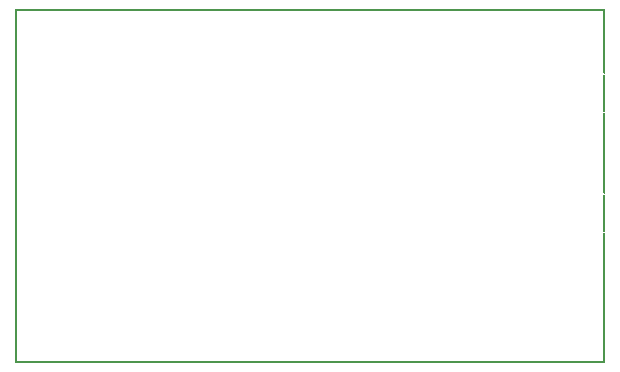
<source format=gbo>
G04 MADE WITH FRITZING*
G04 WWW.FRITZING.ORG*
G04 DOUBLE SIDED*
G04 HOLES PLATED*
G04 CONTOUR ON CENTER OF CONTOUR VECTOR*
%ASAXBY*%
%FSLAX23Y23*%
%MOIN*%
%OFA0B0*%
%SFA1.0B1.0*%
%ADD10R,0.001000X0.001000*%
%LNSILK0*%
G90*
G70*
G54D10*
X0Y1181D02*
X1967Y1181D01*
X0Y1180D02*
X1967Y1180D01*
X0Y1179D02*
X1967Y1179D01*
X0Y1178D02*
X1967Y1178D01*
X0Y1177D02*
X1967Y1177D01*
X0Y1176D02*
X1967Y1176D01*
X0Y1175D02*
X1967Y1175D01*
X0Y1174D02*
X1967Y1174D01*
X0Y1173D02*
X7Y1173D01*
X1960Y1173D02*
X1967Y1173D01*
X0Y1172D02*
X7Y1172D01*
X1960Y1172D02*
X1967Y1172D01*
X0Y1171D02*
X7Y1171D01*
X1960Y1171D02*
X1967Y1171D01*
X0Y1170D02*
X7Y1170D01*
X1960Y1170D02*
X1967Y1170D01*
X0Y1169D02*
X7Y1169D01*
X1960Y1169D02*
X1967Y1169D01*
X0Y1168D02*
X7Y1168D01*
X1960Y1168D02*
X1967Y1168D01*
X0Y1167D02*
X7Y1167D01*
X1960Y1167D02*
X1967Y1167D01*
X0Y1166D02*
X7Y1166D01*
X1960Y1166D02*
X1967Y1166D01*
X0Y1165D02*
X7Y1165D01*
X1960Y1165D02*
X1967Y1165D01*
X0Y1164D02*
X7Y1164D01*
X1960Y1164D02*
X1967Y1164D01*
X0Y1163D02*
X7Y1163D01*
X1960Y1163D02*
X1967Y1163D01*
X0Y1162D02*
X7Y1162D01*
X1960Y1162D02*
X1967Y1162D01*
X0Y1161D02*
X7Y1161D01*
X1960Y1161D02*
X1967Y1161D01*
X0Y1160D02*
X7Y1160D01*
X1960Y1160D02*
X1967Y1160D01*
X0Y1159D02*
X7Y1159D01*
X1960Y1159D02*
X1967Y1159D01*
X0Y1158D02*
X7Y1158D01*
X1960Y1158D02*
X1967Y1158D01*
X0Y1157D02*
X7Y1157D01*
X1960Y1157D02*
X1967Y1157D01*
X0Y1156D02*
X7Y1156D01*
X1960Y1156D02*
X1967Y1156D01*
X0Y1155D02*
X7Y1155D01*
X1960Y1155D02*
X1967Y1155D01*
X0Y1154D02*
X7Y1154D01*
X1960Y1154D02*
X1967Y1154D01*
X0Y1153D02*
X7Y1153D01*
X1960Y1153D02*
X1967Y1153D01*
X0Y1152D02*
X7Y1152D01*
X1960Y1152D02*
X1967Y1152D01*
X0Y1151D02*
X7Y1151D01*
X1960Y1151D02*
X1967Y1151D01*
X0Y1150D02*
X7Y1150D01*
X1960Y1150D02*
X1967Y1150D01*
X0Y1149D02*
X7Y1149D01*
X1960Y1149D02*
X1967Y1149D01*
X0Y1148D02*
X7Y1148D01*
X1960Y1148D02*
X1967Y1148D01*
X0Y1147D02*
X7Y1147D01*
X1960Y1147D02*
X1967Y1147D01*
X0Y1146D02*
X7Y1146D01*
X1960Y1146D02*
X1967Y1146D01*
X0Y1145D02*
X7Y1145D01*
X1960Y1145D02*
X1967Y1145D01*
X0Y1144D02*
X7Y1144D01*
X1960Y1144D02*
X1967Y1144D01*
X0Y1143D02*
X7Y1143D01*
X1960Y1143D02*
X1967Y1143D01*
X0Y1142D02*
X7Y1142D01*
X1960Y1142D02*
X1967Y1142D01*
X0Y1141D02*
X7Y1141D01*
X1960Y1141D02*
X1967Y1141D01*
X0Y1140D02*
X7Y1140D01*
X1960Y1140D02*
X1967Y1140D01*
X0Y1139D02*
X7Y1139D01*
X1960Y1139D02*
X1967Y1139D01*
X0Y1138D02*
X7Y1138D01*
X1960Y1138D02*
X1967Y1138D01*
X0Y1137D02*
X7Y1137D01*
X1960Y1137D02*
X1967Y1137D01*
X0Y1136D02*
X7Y1136D01*
X1960Y1136D02*
X1967Y1136D01*
X0Y1135D02*
X7Y1135D01*
X1960Y1135D02*
X1967Y1135D01*
X0Y1134D02*
X7Y1134D01*
X1960Y1134D02*
X1967Y1134D01*
X0Y1133D02*
X7Y1133D01*
X1960Y1133D02*
X1967Y1133D01*
X0Y1132D02*
X7Y1132D01*
X1960Y1132D02*
X1967Y1132D01*
X0Y1131D02*
X7Y1131D01*
X1960Y1131D02*
X1967Y1131D01*
X0Y1130D02*
X7Y1130D01*
X1960Y1130D02*
X1967Y1130D01*
X0Y1129D02*
X7Y1129D01*
X1960Y1129D02*
X1967Y1129D01*
X0Y1128D02*
X7Y1128D01*
X1960Y1128D02*
X1967Y1128D01*
X0Y1127D02*
X7Y1127D01*
X1960Y1127D02*
X1967Y1127D01*
X0Y1126D02*
X7Y1126D01*
X1960Y1126D02*
X1967Y1126D01*
X0Y1125D02*
X7Y1125D01*
X1960Y1125D02*
X1967Y1125D01*
X0Y1124D02*
X7Y1124D01*
X1960Y1124D02*
X1967Y1124D01*
X0Y1123D02*
X7Y1123D01*
X1960Y1123D02*
X1967Y1123D01*
X0Y1122D02*
X7Y1122D01*
X1960Y1122D02*
X1967Y1122D01*
X0Y1121D02*
X7Y1121D01*
X1960Y1121D02*
X1967Y1121D01*
X0Y1120D02*
X7Y1120D01*
X1960Y1120D02*
X1967Y1120D01*
X0Y1119D02*
X7Y1119D01*
X1960Y1119D02*
X1967Y1119D01*
X0Y1118D02*
X7Y1118D01*
X1960Y1118D02*
X1967Y1118D01*
X0Y1117D02*
X7Y1117D01*
X1960Y1117D02*
X1967Y1117D01*
X0Y1116D02*
X7Y1116D01*
X1960Y1116D02*
X1967Y1116D01*
X0Y1115D02*
X7Y1115D01*
X1960Y1115D02*
X1967Y1115D01*
X0Y1114D02*
X7Y1114D01*
X1960Y1114D02*
X1967Y1114D01*
X0Y1113D02*
X7Y1113D01*
X1960Y1113D02*
X1967Y1113D01*
X0Y1112D02*
X7Y1112D01*
X1960Y1112D02*
X1967Y1112D01*
X0Y1111D02*
X7Y1111D01*
X1960Y1111D02*
X1967Y1111D01*
X0Y1110D02*
X7Y1110D01*
X1960Y1110D02*
X1967Y1110D01*
X0Y1109D02*
X7Y1109D01*
X1960Y1109D02*
X1967Y1109D01*
X0Y1108D02*
X7Y1108D01*
X1960Y1108D02*
X1967Y1108D01*
X0Y1107D02*
X7Y1107D01*
X1960Y1107D02*
X1967Y1107D01*
X0Y1106D02*
X7Y1106D01*
X1960Y1106D02*
X1967Y1106D01*
X0Y1105D02*
X7Y1105D01*
X1960Y1105D02*
X1967Y1105D01*
X0Y1104D02*
X7Y1104D01*
X1960Y1104D02*
X1967Y1104D01*
X0Y1103D02*
X7Y1103D01*
X1960Y1103D02*
X1967Y1103D01*
X0Y1102D02*
X7Y1102D01*
X1960Y1102D02*
X1967Y1102D01*
X0Y1101D02*
X7Y1101D01*
X1960Y1101D02*
X1967Y1101D01*
X0Y1100D02*
X7Y1100D01*
X1960Y1100D02*
X1967Y1100D01*
X0Y1099D02*
X7Y1099D01*
X1960Y1099D02*
X1967Y1099D01*
X0Y1098D02*
X7Y1098D01*
X1960Y1098D02*
X1967Y1098D01*
X0Y1097D02*
X7Y1097D01*
X1960Y1097D02*
X1967Y1097D01*
X0Y1096D02*
X7Y1096D01*
X1960Y1096D02*
X1967Y1096D01*
X0Y1095D02*
X7Y1095D01*
X1960Y1095D02*
X1967Y1095D01*
X0Y1094D02*
X7Y1094D01*
X1960Y1094D02*
X1967Y1094D01*
X0Y1093D02*
X7Y1093D01*
X1960Y1093D02*
X1967Y1093D01*
X0Y1092D02*
X7Y1092D01*
X1960Y1092D02*
X1967Y1092D01*
X0Y1091D02*
X7Y1091D01*
X1960Y1091D02*
X1967Y1091D01*
X0Y1090D02*
X7Y1090D01*
X1960Y1090D02*
X1967Y1090D01*
X0Y1089D02*
X7Y1089D01*
X1960Y1089D02*
X1967Y1089D01*
X0Y1088D02*
X7Y1088D01*
X1960Y1088D02*
X1967Y1088D01*
X0Y1087D02*
X7Y1087D01*
X1960Y1087D02*
X1967Y1087D01*
X0Y1086D02*
X7Y1086D01*
X1960Y1086D02*
X1967Y1086D01*
X0Y1085D02*
X7Y1085D01*
X1960Y1085D02*
X1967Y1085D01*
X0Y1084D02*
X7Y1084D01*
X1960Y1084D02*
X1967Y1084D01*
X0Y1083D02*
X7Y1083D01*
X1960Y1083D02*
X1967Y1083D01*
X0Y1082D02*
X7Y1082D01*
X1960Y1082D02*
X1967Y1082D01*
X0Y1081D02*
X7Y1081D01*
X1960Y1081D02*
X1967Y1081D01*
X0Y1080D02*
X7Y1080D01*
X1960Y1080D02*
X1967Y1080D01*
X0Y1079D02*
X7Y1079D01*
X1960Y1079D02*
X1967Y1079D01*
X0Y1078D02*
X7Y1078D01*
X1960Y1078D02*
X1967Y1078D01*
X0Y1077D02*
X7Y1077D01*
X1960Y1077D02*
X1967Y1077D01*
X0Y1076D02*
X7Y1076D01*
X1960Y1076D02*
X1967Y1076D01*
X0Y1075D02*
X7Y1075D01*
X1960Y1075D02*
X1967Y1075D01*
X0Y1074D02*
X7Y1074D01*
X1960Y1074D02*
X1967Y1074D01*
X0Y1073D02*
X7Y1073D01*
X1960Y1073D02*
X1967Y1073D01*
X0Y1072D02*
X7Y1072D01*
X1960Y1072D02*
X1967Y1072D01*
X0Y1071D02*
X7Y1071D01*
X1960Y1071D02*
X1967Y1071D01*
X0Y1070D02*
X7Y1070D01*
X1960Y1070D02*
X1967Y1070D01*
X0Y1069D02*
X7Y1069D01*
X1960Y1069D02*
X1967Y1069D01*
X0Y1068D02*
X7Y1068D01*
X1960Y1068D02*
X1967Y1068D01*
X0Y1067D02*
X7Y1067D01*
X1960Y1067D02*
X1967Y1067D01*
X0Y1066D02*
X7Y1066D01*
X1960Y1066D02*
X1967Y1066D01*
X0Y1065D02*
X7Y1065D01*
X1960Y1065D02*
X1967Y1065D01*
X0Y1064D02*
X7Y1064D01*
X1960Y1064D02*
X1967Y1064D01*
X0Y1063D02*
X7Y1063D01*
X1960Y1063D02*
X1967Y1063D01*
X0Y1062D02*
X7Y1062D01*
X1960Y1062D02*
X1967Y1062D01*
X0Y1061D02*
X7Y1061D01*
X1960Y1061D02*
X1967Y1061D01*
X0Y1060D02*
X7Y1060D01*
X1960Y1060D02*
X1967Y1060D01*
X0Y1059D02*
X7Y1059D01*
X1960Y1059D02*
X1967Y1059D01*
X0Y1058D02*
X7Y1058D01*
X1960Y1058D02*
X1967Y1058D01*
X0Y1057D02*
X7Y1057D01*
X1960Y1057D02*
X1967Y1057D01*
X0Y1056D02*
X7Y1056D01*
X1960Y1056D02*
X1967Y1056D01*
X0Y1055D02*
X7Y1055D01*
X1960Y1055D02*
X1967Y1055D01*
X0Y1054D02*
X7Y1054D01*
X1960Y1054D02*
X1967Y1054D01*
X0Y1053D02*
X7Y1053D01*
X1960Y1053D02*
X1967Y1053D01*
X0Y1052D02*
X7Y1052D01*
X1960Y1052D02*
X1967Y1052D01*
X0Y1051D02*
X7Y1051D01*
X1960Y1051D02*
X1967Y1051D01*
X0Y1050D02*
X7Y1050D01*
X1960Y1050D02*
X1967Y1050D01*
X0Y1049D02*
X7Y1049D01*
X1960Y1049D02*
X1967Y1049D01*
X0Y1048D02*
X7Y1048D01*
X1960Y1048D02*
X1967Y1048D01*
X0Y1047D02*
X7Y1047D01*
X1960Y1047D02*
X1967Y1047D01*
X0Y1046D02*
X7Y1046D01*
X1960Y1046D02*
X1967Y1046D01*
X0Y1045D02*
X7Y1045D01*
X1960Y1045D02*
X1967Y1045D01*
X0Y1044D02*
X7Y1044D01*
X1960Y1044D02*
X1967Y1044D01*
X0Y1043D02*
X7Y1043D01*
X1960Y1043D02*
X1967Y1043D01*
X0Y1042D02*
X7Y1042D01*
X1960Y1042D02*
X1967Y1042D01*
X0Y1041D02*
X7Y1041D01*
X1960Y1041D02*
X1967Y1041D01*
X0Y1040D02*
X7Y1040D01*
X1960Y1040D02*
X1967Y1040D01*
X0Y1039D02*
X7Y1039D01*
X1960Y1039D02*
X1967Y1039D01*
X0Y1038D02*
X7Y1038D01*
X1960Y1038D02*
X1967Y1038D01*
X0Y1037D02*
X7Y1037D01*
X1960Y1037D02*
X1967Y1037D01*
X0Y1036D02*
X7Y1036D01*
X1960Y1036D02*
X1967Y1036D01*
X0Y1035D02*
X7Y1035D01*
X1960Y1035D02*
X1967Y1035D01*
X0Y1034D02*
X7Y1034D01*
X1960Y1034D02*
X1967Y1034D01*
X0Y1033D02*
X7Y1033D01*
X1960Y1033D02*
X1967Y1033D01*
X0Y1032D02*
X7Y1032D01*
X1960Y1032D02*
X1967Y1032D01*
X0Y1031D02*
X7Y1031D01*
X1960Y1031D02*
X1967Y1031D01*
X0Y1030D02*
X7Y1030D01*
X1960Y1030D02*
X1967Y1030D01*
X0Y1029D02*
X7Y1029D01*
X1960Y1029D02*
X1967Y1029D01*
X0Y1028D02*
X7Y1028D01*
X1960Y1028D02*
X1967Y1028D01*
X0Y1027D02*
X7Y1027D01*
X1960Y1027D02*
X1967Y1027D01*
X0Y1026D02*
X7Y1026D01*
X1960Y1026D02*
X1967Y1026D01*
X0Y1025D02*
X7Y1025D01*
X1960Y1025D02*
X1967Y1025D01*
X0Y1024D02*
X7Y1024D01*
X1960Y1024D02*
X1967Y1024D01*
X0Y1023D02*
X7Y1023D01*
X1960Y1023D02*
X1967Y1023D01*
X0Y1022D02*
X7Y1022D01*
X1960Y1022D02*
X1967Y1022D01*
X0Y1021D02*
X7Y1021D01*
X1960Y1021D02*
X1967Y1021D01*
X0Y1020D02*
X7Y1020D01*
X1960Y1020D02*
X1967Y1020D01*
X0Y1019D02*
X7Y1019D01*
X1960Y1019D02*
X1967Y1019D01*
X0Y1018D02*
X7Y1018D01*
X1960Y1018D02*
X1967Y1018D01*
X0Y1017D02*
X7Y1017D01*
X1960Y1017D02*
X1967Y1017D01*
X0Y1016D02*
X7Y1016D01*
X1960Y1016D02*
X1967Y1016D01*
X0Y1015D02*
X7Y1015D01*
X1960Y1015D02*
X1967Y1015D01*
X0Y1014D02*
X7Y1014D01*
X1960Y1014D02*
X1967Y1014D01*
X0Y1013D02*
X7Y1013D01*
X1960Y1013D02*
X1967Y1013D01*
X0Y1012D02*
X7Y1012D01*
X1960Y1012D02*
X1967Y1012D01*
X0Y1011D02*
X7Y1011D01*
X1960Y1011D02*
X1967Y1011D01*
X0Y1010D02*
X7Y1010D01*
X1960Y1010D02*
X1967Y1010D01*
X0Y1009D02*
X7Y1009D01*
X1960Y1009D02*
X1967Y1009D01*
X0Y1008D02*
X7Y1008D01*
X1960Y1008D02*
X1967Y1008D01*
X0Y1007D02*
X7Y1007D01*
X1960Y1007D02*
X1967Y1007D01*
X0Y1006D02*
X7Y1006D01*
X1960Y1006D02*
X1967Y1006D01*
X0Y1005D02*
X7Y1005D01*
X1960Y1005D02*
X1967Y1005D01*
X0Y1004D02*
X7Y1004D01*
X1960Y1004D02*
X1967Y1004D01*
X0Y1003D02*
X7Y1003D01*
X1960Y1003D02*
X1967Y1003D01*
X0Y1002D02*
X7Y1002D01*
X1960Y1002D02*
X1967Y1002D01*
X0Y1001D02*
X7Y1001D01*
X1960Y1001D02*
X1967Y1001D01*
X0Y1000D02*
X7Y1000D01*
X1960Y1000D02*
X1967Y1000D01*
X0Y999D02*
X7Y999D01*
X1960Y999D02*
X1967Y999D01*
X0Y998D02*
X7Y998D01*
X1960Y998D02*
X1967Y998D01*
X0Y997D02*
X7Y997D01*
X1960Y997D02*
X1967Y997D01*
X0Y996D02*
X7Y996D01*
X1960Y996D02*
X1967Y996D01*
X0Y995D02*
X7Y995D01*
X1960Y995D02*
X1967Y995D01*
X0Y994D02*
X7Y994D01*
X1960Y994D02*
X1967Y994D01*
X0Y993D02*
X7Y993D01*
X1960Y993D02*
X1967Y993D01*
X0Y992D02*
X7Y992D01*
X1960Y992D02*
X1967Y992D01*
X0Y991D02*
X7Y991D01*
X1960Y991D02*
X1967Y991D01*
X0Y990D02*
X7Y990D01*
X1960Y990D02*
X1967Y990D01*
X0Y989D02*
X7Y989D01*
X1960Y989D02*
X1967Y989D01*
X0Y988D02*
X7Y988D01*
X1960Y988D02*
X1967Y988D01*
X0Y987D02*
X7Y987D01*
X1960Y987D02*
X1967Y987D01*
X0Y986D02*
X7Y986D01*
X1960Y986D02*
X1967Y986D01*
X0Y985D02*
X7Y985D01*
X1960Y985D02*
X1967Y985D01*
X0Y984D02*
X7Y984D01*
X1960Y984D02*
X1967Y984D01*
X0Y983D02*
X7Y983D01*
X1960Y983D02*
X1967Y983D01*
X0Y982D02*
X7Y982D01*
X1960Y982D02*
X1967Y982D01*
X0Y981D02*
X7Y981D01*
X1960Y981D02*
X1967Y981D01*
X0Y980D02*
X7Y980D01*
X1960Y980D02*
X1967Y980D01*
X0Y979D02*
X7Y979D01*
X1960Y979D02*
X1967Y979D01*
X0Y978D02*
X7Y978D01*
X1960Y978D02*
X1967Y978D01*
X0Y977D02*
X7Y977D01*
X1960Y977D02*
X1967Y977D01*
X0Y976D02*
X7Y976D01*
X1960Y976D02*
X1967Y976D01*
X0Y975D02*
X7Y975D01*
X1960Y975D02*
X1967Y975D01*
X0Y974D02*
X7Y974D01*
X1960Y974D02*
X1967Y974D01*
X0Y973D02*
X7Y973D01*
X1960Y973D02*
X1967Y973D01*
X0Y972D02*
X7Y972D01*
X1960Y972D02*
X1967Y972D01*
X0Y971D02*
X7Y971D01*
X1960Y971D02*
X1967Y971D01*
X0Y970D02*
X7Y970D01*
X1960Y970D02*
X1967Y970D01*
X0Y969D02*
X7Y969D01*
X1960Y969D02*
X1967Y969D01*
X0Y968D02*
X7Y968D01*
X1960Y968D02*
X1967Y968D01*
X0Y967D02*
X7Y967D01*
X1961Y967D02*
X1967Y967D01*
X0Y966D02*
X7Y966D01*
X1963Y966D02*
X1967Y966D01*
X0Y965D02*
X7Y965D01*
X1965Y965D02*
X1967Y965D01*
X0Y964D02*
X7Y964D01*
X1966Y964D02*
X1967Y964D01*
X0Y963D02*
X7Y963D01*
X1967Y963D02*
X1967Y963D01*
X0Y962D02*
X7Y962D01*
X1960Y962D02*
X1967Y962D01*
X0Y961D02*
X7Y961D01*
X1960Y961D02*
X1967Y961D01*
X0Y960D02*
X7Y960D01*
X1960Y960D02*
X1967Y960D01*
X0Y959D02*
X7Y959D01*
X1960Y959D02*
X1967Y959D01*
X0Y958D02*
X7Y958D01*
X1960Y958D02*
X1967Y958D01*
X0Y957D02*
X7Y957D01*
X1960Y957D02*
X1967Y957D01*
X0Y956D02*
X7Y956D01*
X1960Y956D02*
X1967Y956D01*
X0Y955D02*
X7Y955D01*
X1960Y955D02*
X1967Y955D01*
X0Y954D02*
X7Y954D01*
X1960Y954D02*
X1967Y954D01*
X0Y953D02*
X7Y953D01*
X1960Y953D02*
X1967Y953D01*
X0Y952D02*
X7Y952D01*
X1960Y952D02*
X1967Y952D01*
X0Y951D02*
X7Y951D01*
X1960Y951D02*
X1967Y951D01*
X0Y950D02*
X7Y950D01*
X1960Y950D02*
X1967Y950D01*
X0Y949D02*
X7Y949D01*
X1960Y949D02*
X1967Y949D01*
X0Y948D02*
X7Y948D01*
X1960Y948D02*
X1967Y948D01*
X0Y947D02*
X7Y947D01*
X1960Y947D02*
X1967Y947D01*
X0Y946D02*
X7Y946D01*
X1960Y946D02*
X1967Y946D01*
X0Y945D02*
X7Y945D01*
X1960Y945D02*
X1967Y945D01*
X0Y944D02*
X7Y944D01*
X1960Y944D02*
X1967Y944D01*
X0Y943D02*
X7Y943D01*
X1960Y943D02*
X1967Y943D01*
X0Y942D02*
X7Y942D01*
X1960Y942D02*
X1967Y942D01*
X0Y941D02*
X7Y941D01*
X1960Y941D02*
X1967Y941D01*
X0Y940D02*
X7Y940D01*
X1960Y940D02*
X1967Y940D01*
X0Y939D02*
X7Y939D01*
X1960Y939D02*
X1967Y939D01*
X0Y938D02*
X7Y938D01*
X1960Y938D02*
X1967Y938D01*
X0Y937D02*
X7Y937D01*
X1960Y937D02*
X1967Y937D01*
X0Y936D02*
X7Y936D01*
X1960Y936D02*
X1967Y936D01*
X0Y935D02*
X7Y935D01*
X1960Y935D02*
X1967Y935D01*
X0Y934D02*
X7Y934D01*
X1960Y934D02*
X1967Y934D01*
X0Y933D02*
X7Y933D01*
X1960Y933D02*
X1967Y933D01*
X0Y932D02*
X7Y932D01*
X1960Y932D02*
X1967Y932D01*
X0Y931D02*
X7Y931D01*
X1960Y931D02*
X1967Y931D01*
X0Y930D02*
X7Y930D01*
X1960Y930D02*
X1967Y930D01*
X0Y929D02*
X7Y929D01*
X1960Y929D02*
X1967Y929D01*
X0Y928D02*
X7Y928D01*
X1960Y928D02*
X1967Y928D01*
X0Y927D02*
X7Y927D01*
X1960Y927D02*
X1967Y927D01*
X0Y926D02*
X7Y926D01*
X1960Y926D02*
X1967Y926D01*
X0Y925D02*
X7Y925D01*
X1960Y925D02*
X1967Y925D01*
X0Y924D02*
X7Y924D01*
X1960Y924D02*
X1967Y924D01*
X0Y923D02*
X7Y923D01*
X1960Y923D02*
X1967Y923D01*
X0Y922D02*
X7Y922D01*
X1960Y922D02*
X1967Y922D01*
X0Y921D02*
X7Y921D01*
X1960Y921D02*
X1967Y921D01*
X0Y920D02*
X7Y920D01*
X1960Y920D02*
X1967Y920D01*
X0Y919D02*
X7Y919D01*
X1960Y919D02*
X1967Y919D01*
X0Y918D02*
X7Y918D01*
X1960Y918D02*
X1967Y918D01*
X0Y917D02*
X7Y917D01*
X1960Y917D02*
X1967Y917D01*
X0Y916D02*
X7Y916D01*
X1960Y916D02*
X1967Y916D01*
X0Y915D02*
X7Y915D01*
X1960Y915D02*
X1967Y915D01*
X0Y914D02*
X7Y914D01*
X1960Y914D02*
X1967Y914D01*
X0Y913D02*
X7Y913D01*
X1960Y913D02*
X1967Y913D01*
X0Y912D02*
X7Y912D01*
X1960Y912D02*
X1967Y912D01*
X0Y911D02*
X7Y911D01*
X1960Y911D02*
X1967Y911D01*
X0Y910D02*
X7Y910D01*
X1960Y910D02*
X1967Y910D01*
X0Y909D02*
X7Y909D01*
X1960Y909D02*
X1967Y909D01*
X0Y908D02*
X7Y908D01*
X1960Y908D02*
X1967Y908D01*
X0Y907D02*
X7Y907D01*
X1960Y907D02*
X1967Y907D01*
X0Y906D02*
X7Y906D01*
X1960Y906D02*
X1967Y906D01*
X0Y905D02*
X7Y905D01*
X1960Y905D02*
X1967Y905D01*
X0Y904D02*
X7Y904D01*
X1960Y904D02*
X1967Y904D01*
X0Y903D02*
X7Y903D01*
X1960Y903D02*
X1967Y903D01*
X0Y902D02*
X7Y902D01*
X1960Y902D02*
X1967Y902D01*
X0Y901D02*
X7Y901D01*
X1960Y901D02*
X1967Y901D01*
X0Y900D02*
X7Y900D01*
X1960Y900D02*
X1967Y900D01*
X0Y899D02*
X7Y899D01*
X1960Y899D02*
X1967Y899D01*
X0Y898D02*
X7Y898D01*
X1960Y898D02*
X1967Y898D01*
X0Y897D02*
X7Y897D01*
X1960Y897D02*
X1967Y897D01*
X0Y896D02*
X7Y896D01*
X1960Y896D02*
X1967Y896D01*
X0Y895D02*
X7Y895D01*
X1960Y895D02*
X1967Y895D01*
X0Y894D02*
X7Y894D01*
X1960Y894D02*
X1967Y894D01*
X0Y893D02*
X7Y893D01*
X1960Y893D02*
X1967Y893D01*
X0Y892D02*
X7Y892D01*
X1960Y892D02*
X1967Y892D01*
X0Y891D02*
X7Y891D01*
X1960Y891D02*
X1967Y891D01*
X0Y890D02*
X7Y890D01*
X1960Y890D02*
X1967Y890D01*
X0Y889D02*
X7Y889D01*
X1960Y889D02*
X1967Y889D01*
X0Y888D02*
X7Y888D01*
X1960Y888D02*
X1967Y888D01*
X0Y887D02*
X7Y887D01*
X1960Y887D02*
X1967Y887D01*
X0Y886D02*
X7Y886D01*
X1960Y886D02*
X1967Y886D01*
X0Y885D02*
X7Y885D01*
X1960Y885D02*
X1967Y885D01*
X0Y884D02*
X7Y884D01*
X1960Y884D02*
X1967Y884D01*
X0Y883D02*
X7Y883D01*
X1960Y883D02*
X1967Y883D01*
X0Y882D02*
X7Y882D01*
X1960Y882D02*
X1967Y882D01*
X0Y881D02*
X7Y881D01*
X1960Y881D02*
X1967Y881D01*
X0Y880D02*
X7Y880D01*
X1960Y880D02*
X1967Y880D01*
X0Y879D02*
X7Y879D01*
X1960Y879D02*
X1967Y879D01*
X0Y878D02*
X7Y878D01*
X1960Y878D02*
X1967Y878D01*
X0Y877D02*
X7Y877D01*
X1960Y877D02*
X1967Y877D01*
X0Y876D02*
X7Y876D01*
X1960Y876D02*
X1967Y876D01*
X0Y875D02*
X7Y875D01*
X1960Y875D02*
X1967Y875D01*
X0Y874D02*
X7Y874D01*
X1960Y874D02*
X1967Y874D01*
X0Y873D02*
X7Y873D01*
X1960Y873D02*
X1967Y873D01*
X0Y872D02*
X7Y872D01*
X1960Y872D02*
X1967Y872D01*
X0Y871D02*
X7Y871D01*
X1960Y871D02*
X1967Y871D01*
X0Y870D02*
X7Y870D01*
X1960Y870D02*
X1967Y870D01*
X0Y869D02*
X7Y869D01*
X1960Y869D02*
X1967Y869D01*
X0Y868D02*
X7Y868D01*
X1960Y868D02*
X1967Y868D01*
X0Y867D02*
X7Y867D01*
X1960Y867D02*
X1967Y867D01*
X0Y866D02*
X7Y866D01*
X1960Y866D02*
X1967Y866D01*
X0Y865D02*
X7Y865D01*
X1960Y865D02*
X1967Y865D01*
X0Y864D02*
X7Y864D01*
X1960Y864D02*
X1967Y864D01*
X0Y863D02*
X7Y863D01*
X1960Y863D02*
X1967Y863D01*
X0Y862D02*
X7Y862D01*
X1960Y862D02*
X1967Y862D01*
X0Y861D02*
X7Y861D01*
X1960Y861D02*
X1967Y861D01*
X0Y860D02*
X7Y860D01*
X1960Y860D02*
X1967Y860D01*
X0Y859D02*
X7Y859D01*
X1960Y859D02*
X1967Y859D01*
X0Y858D02*
X7Y858D01*
X1960Y858D02*
X1967Y858D01*
X0Y857D02*
X7Y857D01*
X1960Y857D02*
X1967Y857D01*
X0Y856D02*
X7Y856D01*
X1960Y856D02*
X1967Y856D01*
X0Y855D02*
X7Y855D01*
X1960Y855D02*
X1967Y855D01*
X0Y854D02*
X7Y854D01*
X1960Y854D02*
X1967Y854D01*
X0Y853D02*
X7Y853D01*
X1960Y853D02*
X1967Y853D01*
X0Y852D02*
X7Y852D01*
X1960Y852D02*
X1967Y852D01*
X0Y851D02*
X7Y851D01*
X1960Y851D02*
X1967Y851D01*
X0Y850D02*
X7Y850D01*
X1960Y850D02*
X1967Y850D01*
X0Y849D02*
X7Y849D01*
X1960Y849D02*
X1967Y849D01*
X0Y848D02*
X7Y848D01*
X1960Y848D02*
X1967Y848D01*
X0Y847D02*
X7Y847D01*
X1960Y847D02*
X1967Y847D01*
X0Y846D02*
X7Y846D01*
X1960Y846D02*
X1967Y846D01*
X0Y845D02*
X7Y845D01*
X1960Y845D02*
X1967Y845D01*
X0Y844D02*
X7Y844D01*
X1960Y844D02*
X1967Y844D01*
X0Y843D02*
X7Y843D01*
X1960Y843D02*
X1967Y843D01*
X0Y842D02*
X7Y842D01*
X1960Y842D02*
X1967Y842D01*
X0Y841D02*
X7Y841D01*
X1960Y841D02*
X1967Y841D01*
X0Y840D02*
X7Y840D01*
X1960Y840D02*
X1967Y840D01*
X0Y839D02*
X7Y839D01*
X1960Y839D02*
X1967Y839D01*
X0Y838D02*
X7Y838D01*
X1960Y838D02*
X1967Y838D01*
X0Y837D02*
X7Y837D01*
X0Y836D02*
X7Y836D01*
X1966Y836D02*
X1967Y836D01*
X0Y835D02*
X7Y835D01*
X1964Y835D02*
X1967Y835D01*
X0Y834D02*
X7Y834D01*
X1962Y834D02*
X1967Y834D01*
X0Y833D02*
X7Y833D01*
X1960Y833D02*
X1967Y833D01*
X0Y832D02*
X7Y832D01*
X1960Y832D02*
X1967Y832D01*
X0Y831D02*
X7Y831D01*
X1960Y831D02*
X1967Y831D01*
X0Y830D02*
X7Y830D01*
X1960Y830D02*
X1967Y830D01*
X0Y829D02*
X7Y829D01*
X1960Y829D02*
X1967Y829D01*
X0Y828D02*
X7Y828D01*
X1960Y828D02*
X1967Y828D01*
X0Y827D02*
X7Y827D01*
X1960Y827D02*
X1967Y827D01*
X0Y826D02*
X7Y826D01*
X1960Y826D02*
X1967Y826D01*
X0Y825D02*
X7Y825D01*
X1960Y825D02*
X1967Y825D01*
X0Y824D02*
X7Y824D01*
X1960Y824D02*
X1967Y824D01*
X0Y823D02*
X7Y823D01*
X1960Y823D02*
X1967Y823D01*
X0Y822D02*
X7Y822D01*
X1960Y822D02*
X1967Y822D01*
X0Y821D02*
X7Y821D01*
X1960Y821D02*
X1967Y821D01*
X0Y820D02*
X7Y820D01*
X1960Y820D02*
X1967Y820D01*
X0Y819D02*
X7Y819D01*
X1960Y819D02*
X1967Y819D01*
X0Y818D02*
X7Y818D01*
X1960Y818D02*
X1967Y818D01*
X0Y817D02*
X7Y817D01*
X1960Y817D02*
X1967Y817D01*
X0Y816D02*
X7Y816D01*
X1960Y816D02*
X1967Y816D01*
X0Y815D02*
X7Y815D01*
X1960Y815D02*
X1967Y815D01*
X0Y814D02*
X7Y814D01*
X1960Y814D02*
X1967Y814D01*
X0Y813D02*
X7Y813D01*
X1960Y813D02*
X1967Y813D01*
X0Y812D02*
X7Y812D01*
X1960Y812D02*
X1967Y812D01*
X0Y811D02*
X7Y811D01*
X1960Y811D02*
X1967Y811D01*
X0Y810D02*
X7Y810D01*
X1960Y810D02*
X1967Y810D01*
X0Y809D02*
X7Y809D01*
X1960Y809D02*
X1967Y809D01*
X0Y808D02*
X7Y808D01*
X1960Y808D02*
X1967Y808D01*
X0Y807D02*
X7Y807D01*
X1960Y807D02*
X1967Y807D01*
X0Y806D02*
X7Y806D01*
X1960Y806D02*
X1967Y806D01*
X0Y805D02*
X7Y805D01*
X1960Y805D02*
X1967Y805D01*
X0Y804D02*
X7Y804D01*
X1960Y804D02*
X1967Y804D01*
X0Y803D02*
X7Y803D01*
X1960Y803D02*
X1967Y803D01*
X0Y802D02*
X7Y802D01*
X1960Y802D02*
X1967Y802D01*
X0Y801D02*
X7Y801D01*
X1960Y801D02*
X1967Y801D01*
X0Y800D02*
X7Y800D01*
X1960Y800D02*
X1967Y800D01*
X0Y799D02*
X7Y799D01*
X1960Y799D02*
X1967Y799D01*
X0Y798D02*
X7Y798D01*
X1960Y798D02*
X1967Y798D01*
X0Y797D02*
X7Y797D01*
X1960Y797D02*
X1967Y797D01*
X0Y796D02*
X7Y796D01*
X1960Y796D02*
X1967Y796D01*
X0Y795D02*
X7Y795D01*
X1960Y795D02*
X1967Y795D01*
X0Y794D02*
X7Y794D01*
X1960Y794D02*
X1967Y794D01*
X0Y793D02*
X7Y793D01*
X1960Y793D02*
X1967Y793D01*
X0Y792D02*
X7Y792D01*
X1960Y792D02*
X1967Y792D01*
X0Y791D02*
X7Y791D01*
X1960Y791D02*
X1967Y791D01*
X0Y790D02*
X7Y790D01*
X1960Y790D02*
X1967Y790D01*
X0Y789D02*
X7Y789D01*
X1960Y789D02*
X1967Y789D01*
X0Y788D02*
X7Y788D01*
X1960Y788D02*
X1967Y788D01*
X0Y787D02*
X7Y787D01*
X1960Y787D02*
X1967Y787D01*
X0Y786D02*
X7Y786D01*
X1960Y786D02*
X1967Y786D01*
X0Y785D02*
X7Y785D01*
X1960Y785D02*
X1967Y785D01*
X0Y784D02*
X7Y784D01*
X1960Y784D02*
X1967Y784D01*
X0Y783D02*
X7Y783D01*
X1960Y783D02*
X1967Y783D01*
X0Y782D02*
X7Y782D01*
X1960Y782D02*
X1967Y782D01*
X0Y781D02*
X7Y781D01*
X1960Y781D02*
X1967Y781D01*
X0Y780D02*
X7Y780D01*
X1960Y780D02*
X1967Y780D01*
X0Y779D02*
X7Y779D01*
X1960Y779D02*
X1967Y779D01*
X0Y778D02*
X7Y778D01*
X1960Y778D02*
X1967Y778D01*
X0Y777D02*
X7Y777D01*
X1960Y777D02*
X1967Y777D01*
X0Y776D02*
X7Y776D01*
X1960Y776D02*
X1967Y776D01*
X0Y775D02*
X7Y775D01*
X1960Y775D02*
X1967Y775D01*
X0Y774D02*
X7Y774D01*
X1960Y774D02*
X1967Y774D01*
X0Y773D02*
X7Y773D01*
X1960Y773D02*
X1967Y773D01*
X0Y772D02*
X7Y772D01*
X1960Y772D02*
X1967Y772D01*
X0Y771D02*
X7Y771D01*
X1960Y771D02*
X1967Y771D01*
X0Y770D02*
X7Y770D01*
X1960Y770D02*
X1967Y770D01*
X0Y769D02*
X7Y769D01*
X1960Y769D02*
X1967Y769D01*
X0Y768D02*
X7Y768D01*
X1960Y768D02*
X1967Y768D01*
X0Y767D02*
X7Y767D01*
X1960Y767D02*
X1967Y767D01*
X0Y766D02*
X7Y766D01*
X1960Y766D02*
X1967Y766D01*
X0Y765D02*
X7Y765D01*
X1960Y765D02*
X1967Y765D01*
X0Y764D02*
X7Y764D01*
X1960Y764D02*
X1967Y764D01*
X0Y763D02*
X7Y763D01*
X1960Y763D02*
X1967Y763D01*
X0Y762D02*
X7Y762D01*
X1960Y762D02*
X1967Y762D01*
X0Y761D02*
X7Y761D01*
X1960Y761D02*
X1967Y761D01*
X0Y760D02*
X7Y760D01*
X1960Y760D02*
X1967Y760D01*
X0Y759D02*
X7Y759D01*
X1960Y759D02*
X1967Y759D01*
X0Y758D02*
X7Y758D01*
X1960Y758D02*
X1967Y758D01*
X0Y757D02*
X7Y757D01*
X1960Y757D02*
X1967Y757D01*
X0Y756D02*
X7Y756D01*
X1960Y756D02*
X1967Y756D01*
X0Y755D02*
X7Y755D01*
X1960Y755D02*
X1967Y755D01*
X0Y754D02*
X7Y754D01*
X1960Y754D02*
X1967Y754D01*
X0Y753D02*
X7Y753D01*
X1960Y753D02*
X1967Y753D01*
X0Y752D02*
X7Y752D01*
X1960Y752D02*
X1967Y752D01*
X0Y751D02*
X7Y751D01*
X1960Y751D02*
X1967Y751D01*
X0Y750D02*
X7Y750D01*
X1960Y750D02*
X1967Y750D01*
X0Y749D02*
X7Y749D01*
X1960Y749D02*
X1967Y749D01*
X0Y748D02*
X7Y748D01*
X1960Y748D02*
X1967Y748D01*
X0Y747D02*
X7Y747D01*
X1960Y747D02*
X1967Y747D01*
X0Y746D02*
X7Y746D01*
X1960Y746D02*
X1967Y746D01*
X0Y745D02*
X7Y745D01*
X1960Y745D02*
X1967Y745D01*
X0Y744D02*
X7Y744D01*
X1960Y744D02*
X1967Y744D01*
X0Y743D02*
X7Y743D01*
X1960Y743D02*
X1967Y743D01*
X0Y742D02*
X7Y742D01*
X1960Y742D02*
X1967Y742D01*
X0Y741D02*
X7Y741D01*
X1960Y741D02*
X1967Y741D01*
X0Y740D02*
X7Y740D01*
X1960Y740D02*
X1967Y740D01*
X0Y739D02*
X7Y739D01*
X1960Y739D02*
X1967Y739D01*
X0Y738D02*
X7Y738D01*
X1960Y738D02*
X1967Y738D01*
X0Y737D02*
X7Y737D01*
X1960Y737D02*
X1967Y737D01*
X0Y736D02*
X7Y736D01*
X1960Y736D02*
X1967Y736D01*
X0Y735D02*
X7Y735D01*
X1960Y735D02*
X1967Y735D01*
X0Y734D02*
X7Y734D01*
X1960Y734D02*
X1967Y734D01*
X0Y733D02*
X7Y733D01*
X1960Y733D02*
X1967Y733D01*
X0Y732D02*
X7Y732D01*
X1960Y732D02*
X1967Y732D01*
X0Y731D02*
X7Y731D01*
X1960Y731D02*
X1967Y731D01*
X0Y730D02*
X7Y730D01*
X1960Y730D02*
X1967Y730D01*
X0Y729D02*
X7Y729D01*
X1960Y729D02*
X1967Y729D01*
X0Y728D02*
X7Y728D01*
X1960Y728D02*
X1967Y728D01*
X0Y727D02*
X7Y727D01*
X1960Y727D02*
X1967Y727D01*
X0Y726D02*
X7Y726D01*
X1960Y726D02*
X1967Y726D01*
X0Y725D02*
X7Y725D01*
X1960Y725D02*
X1967Y725D01*
X0Y724D02*
X7Y724D01*
X1960Y724D02*
X1967Y724D01*
X0Y723D02*
X7Y723D01*
X1960Y723D02*
X1967Y723D01*
X0Y722D02*
X7Y722D01*
X1960Y722D02*
X1967Y722D01*
X0Y721D02*
X7Y721D01*
X1960Y721D02*
X1967Y721D01*
X0Y720D02*
X7Y720D01*
X1960Y720D02*
X1967Y720D01*
X0Y719D02*
X7Y719D01*
X1960Y719D02*
X1967Y719D01*
X0Y718D02*
X7Y718D01*
X1960Y718D02*
X1967Y718D01*
X0Y717D02*
X7Y717D01*
X1960Y717D02*
X1967Y717D01*
X0Y716D02*
X7Y716D01*
X1960Y716D02*
X1967Y716D01*
X0Y715D02*
X7Y715D01*
X1960Y715D02*
X1967Y715D01*
X0Y714D02*
X7Y714D01*
X1960Y714D02*
X1967Y714D01*
X0Y713D02*
X7Y713D01*
X1960Y713D02*
X1967Y713D01*
X0Y712D02*
X7Y712D01*
X1960Y712D02*
X1967Y712D01*
X0Y711D02*
X7Y711D01*
X1960Y711D02*
X1967Y711D01*
X0Y710D02*
X7Y710D01*
X1960Y710D02*
X1967Y710D01*
X0Y709D02*
X7Y709D01*
X1960Y709D02*
X1967Y709D01*
X0Y708D02*
X7Y708D01*
X1960Y708D02*
X1967Y708D01*
X0Y707D02*
X7Y707D01*
X1960Y707D02*
X1967Y707D01*
X0Y706D02*
X7Y706D01*
X1960Y706D02*
X1967Y706D01*
X0Y705D02*
X7Y705D01*
X1960Y705D02*
X1967Y705D01*
X0Y704D02*
X7Y704D01*
X1960Y704D02*
X1967Y704D01*
X0Y703D02*
X7Y703D01*
X1960Y703D02*
X1967Y703D01*
X0Y702D02*
X7Y702D01*
X1960Y702D02*
X1967Y702D01*
X0Y701D02*
X7Y701D01*
X1960Y701D02*
X1967Y701D01*
X0Y700D02*
X7Y700D01*
X1960Y700D02*
X1967Y700D01*
X0Y699D02*
X7Y699D01*
X1960Y699D02*
X1967Y699D01*
X0Y698D02*
X7Y698D01*
X1960Y698D02*
X1967Y698D01*
X0Y697D02*
X7Y697D01*
X1960Y697D02*
X1967Y697D01*
X0Y696D02*
X7Y696D01*
X1960Y696D02*
X1967Y696D01*
X0Y695D02*
X7Y695D01*
X1960Y695D02*
X1967Y695D01*
X0Y694D02*
X7Y694D01*
X1960Y694D02*
X1967Y694D01*
X0Y693D02*
X7Y693D01*
X1960Y693D02*
X1967Y693D01*
X0Y692D02*
X7Y692D01*
X1960Y692D02*
X1967Y692D01*
X0Y691D02*
X7Y691D01*
X1960Y691D02*
X1967Y691D01*
X0Y690D02*
X7Y690D01*
X1960Y690D02*
X1967Y690D01*
X0Y689D02*
X7Y689D01*
X1960Y689D02*
X1967Y689D01*
X0Y688D02*
X7Y688D01*
X1960Y688D02*
X1967Y688D01*
X0Y687D02*
X7Y687D01*
X1960Y687D02*
X1967Y687D01*
X0Y686D02*
X7Y686D01*
X1960Y686D02*
X1967Y686D01*
X0Y685D02*
X7Y685D01*
X1960Y685D02*
X1967Y685D01*
X0Y684D02*
X7Y684D01*
X1960Y684D02*
X1967Y684D01*
X0Y683D02*
X7Y683D01*
X1960Y683D02*
X1967Y683D01*
X0Y682D02*
X7Y682D01*
X1960Y682D02*
X1967Y682D01*
X0Y681D02*
X7Y681D01*
X1960Y681D02*
X1967Y681D01*
X0Y680D02*
X7Y680D01*
X1960Y680D02*
X1967Y680D01*
X0Y679D02*
X7Y679D01*
X1960Y679D02*
X1967Y679D01*
X0Y678D02*
X7Y678D01*
X1960Y678D02*
X1967Y678D01*
X0Y677D02*
X7Y677D01*
X1960Y677D02*
X1967Y677D01*
X0Y676D02*
X7Y676D01*
X1960Y676D02*
X1967Y676D01*
X0Y675D02*
X7Y675D01*
X1960Y675D02*
X1967Y675D01*
X0Y674D02*
X7Y674D01*
X1960Y674D02*
X1967Y674D01*
X0Y673D02*
X7Y673D01*
X1960Y673D02*
X1967Y673D01*
X0Y672D02*
X7Y672D01*
X1960Y672D02*
X1967Y672D01*
X0Y671D02*
X7Y671D01*
X1960Y671D02*
X1967Y671D01*
X0Y670D02*
X7Y670D01*
X1960Y670D02*
X1967Y670D01*
X0Y669D02*
X7Y669D01*
X1960Y669D02*
X1967Y669D01*
X0Y668D02*
X7Y668D01*
X1960Y668D02*
X1967Y668D01*
X0Y667D02*
X7Y667D01*
X1960Y667D02*
X1967Y667D01*
X0Y666D02*
X7Y666D01*
X1960Y666D02*
X1967Y666D01*
X0Y665D02*
X7Y665D01*
X1960Y665D02*
X1967Y665D01*
X0Y664D02*
X7Y664D01*
X1960Y664D02*
X1967Y664D01*
X0Y663D02*
X7Y663D01*
X1960Y663D02*
X1967Y663D01*
X0Y662D02*
X7Y662D01*
X1960Y662D02*
X1967Y662D01*
X0Y661D02*
X7Y661D01*
X1960Y661D02*
X1967Y661D01*
X0Y660D02*
X7Y660D01*
X1960Y660D02*
X1967Y660D01*
X0Y659D02*
X7Y659D01*
X1960Y659D02*
X1967Y659D01*
X0Y658D02*
X7Y658D01*
X1960Y658D02*
X1967Y658D01*
X0Y657D02*
X7Y657D01*
X1960Y657D02*
X1967Y657D01*
X0Y656D02*
X7Y656D01*
X1960Y656D02*
X1967Y656D01*
X0Y655D02*
X7Y655D01*
X1960Y655D02*
X1967Y655D01*
X0Y654D02*
X7Y654D01*
X1960Y654D02*
X1967Y654D01*
X0Y653D02*
X7Y653D01*
X1960Y653D02*
X1967Y653D01*
X0Y652D02*
X7Y652D01*
X1960Y652D02*
X1967Y652D01*
X0Y651D02*
X7Y651D01*
X1960Y651D02*
X1967Y651D01*
X0Y650D02*
X7Y650D01*
X1960Y650D02*
X1967Y650D01*
X0Y649D02*
X7Y649D01*
X1960Y649D02*
X1967Y649D01*
X0Y648D02*
X7Y648D01*
X1960Y648D02*
X1967Y648D01*
X0Y647D02*
X7Y647D01*
X1960Y647D02*
X1967Y647D01*
X0Y646D02*
X7Y646D01*
X1960Y646D02*
X1967Y646D01*
X0Y645D02*
X7Y645D01*
X1960Y645D02*
X1967Y645D01*
X0Y644D02*
X7Y644D01*
X1960Y644D02*
X1967Y644D01*
X0Y643D02*
X7Y643D01*
X1960Y643D02*
X1967Y643D01*
X0Y642D02*
X7Y642D01*
X1960Y642D02*
X1967Y642D01*
X0Y641D02*
X7Y641D01*
X1960Y641D02*
X1967Y641D01*
X0Y640D02*
X7Y640D01*
X1960Y640D02*
X1967Y640D01*
X0Y639D02*
X7Y639D01*
X1960Y639D02*
X1967Y639D01*
X0Y638D02*
X7Y638D01*
X1960Y638D02*
X1967Y638D01*
X0Y637D02*
X7Y637D01*
X1960Y637D02*
X1967Y637D01*
X0Y636D02*
X7Y636D01*
X1960Y636D02*
X1967Y636D01*
X0Y635D02*
X7Y635D01*
X1960Y635D02*
X1967Y635D01*
X0Y634D02*
X7Y634D01*
X1960Y634D02*
X1967Y634D01*
X0Y633D02*
X7Y633D01*
X1960Y633D02*
X1967Y633D01*
X0Y632D02*
X7Y632D01*
X1960Y632D02*
X1967Y632D01*
X0Y631D02*
X7Y631D01*
X1960Y631D02*
X1967Y631D01*
X0Y630D02*
X7Y630D01*
X1960Y630D02*
X1967Y630D01*
X0Y629D02*
X7Y629D01*
X1960Y629D02*
X1967Y629D01*
X0Y628D02*
X7Y628D01*
X1960Y628D02*
X1967Y628D01*
X0Y627D02*
X7Y627D01*
X1960Y627D02*
X1967Y627D01*
X0Y626D02*
X7Y626D01*
X1960Y626D02*
X1967Y626D01*
X0Y625D02*
X7Y625D01*
X1960Y625D02*
X1967Y625D01*
X0Y624D02*
X7Y624D01*
X1960Y624D02*
X1967Y624D01*
X0Y623D02*
X7Y623D01*
X1960Y623D02*
X1967Y623D01*
X0Y622D02*
X7Y622D01*
X1960Y622D02*
X1967Y622D01*
X0Y621D02*
X7Y621D01*
X1960Y621D02*
X1967Y621D01*
X0Y620D02*
X7Y620D01*
X1960Y620D02*
X1967Y620D01*
X0Y619D02*
X7Y619D01*
X1960Y619D02*
X1967Y619D01*
X0Y618D02*
X7Y618D01*
X1960Y618D02*
X1967Y618D01*
X0Y617D02*
X7Y617D01*
X1960Y617D02*
X1967Y617D01*
X0Y616D02*
X7Y616D01*
X1960Y616D02*
X1967Y616D01*
X0Y615D02*
X7Y615D01*
X1960Y615D02*
X1967Y615D01*
X0Y614D02*
X7Y614D01*
X1960Y614D02*
X1967Y614D01*
X0Y613D02*
X7Y613D01*
X1960Y613D02*
X1967Y613D01*
X0Y612D02*
X7Y612D01*
X1960Y612D02*
X1967Y612D01*
X0Y611D02*
X7Y611D01*
X1960Y611D02*
X1967Y611D01*
X0Y610D02*
X7Y610D01*
X1960Y610D02*
X1967Y610D01*
X0Y609D02*
X7Y609D01*
X1960Y609D02*
X1967Y609D01*
X0Y608D02*
X7Y608D01*
X1960Y608D02*
X1967Y608D01*
X0Y607D02*
X7Y607D01*
X1960Y607D02*
X1967Y607D01*
X0Y606D02*
X7Y606D01*
X1960Y606D02*
X1967Y606D01*
X0Y605D02*
X7Y605D01*
X1960Y605D02*
X1967Y605D01*
X0Y604D02*
X7Y604D01*
X1960Y604D02*
X1967Y604D01*
X0Y603D02*
X7Y603D01*
X1960Y603D02*
X1967Y603D01*
X0Y602D02*
X7Y602D01*
X1960Y602D02*
X1967Y602D01*
X0Y601D02*
X7Y601D01*
X1960Y601D02*
X1967Y601D01*
X0Y600D02*
X7Y600D01*
X1960Y600D02*
X1967Y600D01*
X0Y599D02*
X7Y599D01*
X1960Y599D02*
X1967Y599D01*
X0Y598D02*
X7Y598D01*
X1960Y598D02*
X1967Y598D01*
X0Y597D02*
X7Y597D01*
X1960Y597D02*
X1967Y597D01*
X0Y596D02*
X7Y596D01*
X1960Y596D02*
X1967Y596D01*
X0Y595D02*
X7Y595D01*
X1960Y595D02*
X1967Y595D01*
X0Y594D02*
X7Y594D01*
X1960Y594D02*
X1967Y594D01*
X0Y593D02*
X7Y593D01*
X1960Y593D02*
X1967Y593D01*
X0Y592D02*
X7Y592D01*
X1960Y592D02*
X1967Y592D01*
X0Y591D02*
X7Y591D01*
X1960Y591D02*
X1967Y591D01*
X0Y590D02*
X7Y590D01*
X1960Y590D02*
X1967Y590D01*
X0Y589D02*
X7Y589D01*
X1960Y589D02*
X1967Y589D01*
X0Y588D02*
X7Y588D01*
X1960Y588D02*
X1967Y588D01*
X0Y587D02*
X7Y587D01*
X1960Y587D02*
X1967Y587D01*
X0Y586D02*
X7Y586D01*
X1960Y586D02*
X1967Y586D01*
X0Y585D02*
X7Y585D01*
X1960Y585D02*
X1967Y585D01*
X0Y584D02*
X7Y584D01*
X1960Y584D02*
X1967Y584D01*
X0Y583D02*
X7Y583D01*
X1960Y583D02*
X1967Y583D01*
X0Y582D02*
X7Y582D01*
X1960Y582D02*
X1967Y582D01*
X0Y581D02*
X7Y581D01*
X1960Y581D02*
X1967Y581D01*
X0Y580D02*
X7Y580D01*
X1960Y580D02*
X1967Y580D01*
X0Y579D02*
X7Y579D01*
X1960Y579D02*
X1967Y579D01*
X0Y578D02*
X7Y578D01*
X1960Y578D02*
X1967Y578D01*
X0Y577D02*
X7Y577D01*
X1960Y577D02*
X1967Y577D01*
X0Y576D02*
X7Y576D01*
X1960Y576D02*
X1967Y576D01*
X0Y575D02*
X7Y575D01*
X1960Y575D02*
X1967Y575D01*
X0Y574D02*
X7Y574D01*
X1960Y574D02*
X1967Y574D01*
X0Y573D02*
X7Y573D01*
X1960Y573D02*
X1967Y573D01*
X0Y572D02*
X7Y572D01*
X1960Y572D02*
X1967Y572D01*
X0Y571D02*
X7Y571D01*
X1960Y571D02*
X1967Y571D01*
X0Y570D02*
X7Y570D01*
X1960Y570D02*
X1967Y570D01*
X0Y569D02*
X7Y569D01*
X1960Y569D02*
X1967Y569D01*
X0Y568D02*
X7Y568D01*
X1960Y568D02*
X1967Y568D01*
X0Y567D02*
X7Y567D01*
X1961Y567D02*
X1967Y567D01*
X0Y566D02*
X7Y566D01*
X1963Y566D02*
X1967Y566D01*
X0Y565D02*
X7Y565D01*
X1965Y565D02*
X1967Y565D01*
X0Y564D02*
X7Y564D01*
X1966Y564D02*
X1967Y564D01*
X0Y563D02*
X7Y563D01*
X1967Y563D02*
X1967Y563D01*
X0Y562D02*
X7Y562D01*
X1960Y562D02*
X1967Y562D01*
X0Y561D02*
X7Y561D01*
X1960Y561D02*
X1967Y561D01*
X0Y560D02*
X7Y560D01*
X1960Y560D02*
X1967Y560D01*
X0Y559D02*
X7Y559D01*
X1960Y559D02*
X1967Y559D01*
X0Y558D02*
X7Y558D01*
X1960Y558D02*
X1967Y558D01*
X0Y557D02*
X7Y557D01*
X1960Y557D02*
X1967Y557D01*
X0Y556D02*
X7Y556D01*
X1960Y556D02*
X1967Y556D01*
X0Y555D02*
X7Y555D01*
X1960Y555D02*
X1967Y555D01*
X0Y554D02*
X7Y554D01*
X1960Y554D02*
X1967Y554D01*
X0Y553D02*
X7Y553D01*
X1960Y553D02*
X1967Y553D01*
X0Y552D02*
X7Y552D01*
X1960Y552D02*
X1967Y552D01*
X0Y551D02*
X7Y551D01*
X1960Y551D02*
X1967Y551D01*
X0Y550D02*
X7Y550D01*
X1960Y550D02*
X1967Y550D01*
X0Y549D02*
X7Y549D01*
X1960Y549D02*
X1967Y549D01*
X0Y548D02*
X7Y548D01*
X1960Y548D02*
X1967Y548D01*
X0Y547D02*
X7Y547D01*
X1960Y547D02*
X1967Y547D01*
X0Y546D02*
X7Y546D01*
X1960Y546D02*
X1967Y546D01*
X0Y545D02*
X7Y545D01*
X1960Y545D02*
X1967Y545D01*
X0Y544D02*
X7Y544D01*
X1960Y544D02*
X1967Y544D01*
X0Y543D02*
X7Y543D01*
X1960Y543D02*
X1967Y543D01*
X0Y542D02*
X7Y542D01*
X1960Y542D02*
X1967Y542D01*
X0Y541D02*
X7Y541D01*
X1960Y541D02*
X1967Y541D01*
X0Y540D02*
X7Y540D01*
X1960Y540D02*
X1967Y540D01*
X0Y539D02*
X7Y539D01*
X1960Y539D02*
X1967Y539D01*
X0Y538D02*
X7Y538D01*
X1960Y538D02*
X1967Y538D01*
X0Y537D02*
X7Y537D01*
X1960Y537D02*
X1967Y537D01*
X0Y536D02*
X7Y536D01*
X1960Y536D02*
X1967Y536D01*
X0Y535D02*
X7Y535D01*
X1960Y535D02*
X1967Y535D01*
X0Y534D02*
X7Y534D01*
X1960Y534D02*
X1967Y534D01*
X0Y533D02*
X7Y533D01*
X1960Y533D02*
X1967Y533D01*
X0Y532D02*
X7Y532D01*
X1960Y532D02*
X1967Y532D01*
X0Y531D02*
X7Y531D01*
X1960Y531D02*
X1967Y531D01*
X0Y530D02*
X7Y530D01*
X1960Y530D02*
X1967Y530D01*
X0Y529D02*
X7Y529D01*
X1960Y529D02*
X1967Y529D01*
X0Y528D02*
X7Y528D01*
X1960Y528D02*
X1967Y528D01*
X0Y527D02*
X7Y527D01*
X1960Y527D02*
X1967Y527D01*
X0Y526D02*
X7Y526D01*
X1960Y526D02*
X1967Y526D01*
X0Y525D02*
X7Y525D01*
X1960Y525D02*
X1967Y525D01*
X0Y524D02*
X7Y524D01*
X1960Y524D02*
X1967Y524D01*
X0Y523D02*
X7Y523D01*
X1960Y523D02*
X1967Y523D01*
X0Y522D02*
X7Y522D01*
X1960Y522D02*
X1967Y522D01*
X0Y521D02*
X7Y521D01*
X1960Y521D02*
X1967Y521D01*
X0Y520D02*
X7Y520D01*
X1960Y520D02*
X1967Y520D01*
X0Y519D02*
X7Y519D01*
X1960Y519D02*
X1967Y519D01*
X0Y518D02*
X7Y518D01*
X1960Y518D02*
X1967Y518D01*
X0Y517D02*
X7Y517D01*
X1960Y517D02*
X1967Y517D01*
X0Y516D02*
X7Y516D01*
X1960Y516D02*
X1967Y516D01*
X0Y515D02*
X7Y515D01*
X1960Y515D02*
X1967Y515D01*
X0Y514D02*
X7Y514D01*
X1960Y514D02*
X1967Y514D01*
X0Y513D02*
X7Y513D01*
X1960Y513D02*
X1967Y513D01*
X0Y512D02*
X7Y512D01*
X1960Y512D02*
X1967Y512D01*
X0Y511D02*
X7Y511D01*
X1960Y511D02*
X1967Y511D01*
X0Y510D02*
X7Y510D01*
X1960Y510D02*
X1967Y510D01*
X0Y509D02*
X7Y509D01*
X1960Y509D02*
X1967Y509D01*
X0Y508D02*
X7Y508D01*
X1960Y508D02*
X1967Y508D01*
X0Y507D02*
X7Y507D01*
X1960Y507D02*
X1967Y507D01*
X0Y506D02*
X7Y506D01*
X1960Y506D02*
X1967Y506D01*
X0Y505D02*
X7Y505D01*
X1960Y505D02*
X1967Y505D01*
X0Y504D02*
X7Y504D01*
X1960Y504D02*
X1967Y504D01*
X0Y503D02*
X7Y503D01*
X1960Y503D02*
X1967Y503D01*
X0Y502D02*
X7Y502D01*
X1960Y502D02*
X1967Y502D01*
X0Y501D02*
X7Y501D01*
X1960Y501D02*
X1967Y501D01*
X0Y500D02*
X7Y500D01*
X1960Y500D02*
X1967Y500D01*
X0Y499D02*
X7Y499D01*
X1960Y499D02*
X1967Y499D01*
X0Y498D02*
X7Y498D01*
X1960Y498D02*
X1967Y498D01*
X0Y497D02*
X7Y497D01*
X1960Y497D02*
X1967Y497D01*
X0Y496D02*
X7Y496D01*
X1960Y496D02*
X1967Y496D01*
X0Y495D02*
X7Y495D01*
X1960Y495D02*
X1967Y495D01*
X0Y494D02*
X7Y494D01*
X1960Y494D02*
X1967Y494D01*
X0Y493D02*
X7Y493D01*
X1960Y493D02*
X1967Y493D01*
X0Y492D02*
X7Y492D01*
X1960Y492D02*
X1967Y492D01*
X0Y491D02*
X7Y491D01*
X1960Y491D02*
X1967Y491D01*
X0Y490D02*
X7Y490D01*
X1960Y490D02*
X1967Y490D01*
X0Y489D02*
X7Y489D01*
X1960Y489D02*
X1967Y489D01*
X0Y488D02*
X7Y488D01*
X1960Y488D02*
X1967Y488D01*
X0Y487D02*
X7Y487D01*
X1960Y487D02*
X1967Y487D01*
X0Y486D02*
X7Y486D01*
X1960Y486D02*
X1967Y486D01*
X0Y485D02*
X7Y485D01*
X1960Y485D02*
X1967Y485D01*
X0Y484D02*
X7Y484D01*
X1960Y484D02*
X1967Y484D01*
X0Y483D02*
X7Y483D01*
X1960Y483D02*
X1967Y483D01*
X0Y482D02*
X7Y482D01*
X1960Y482D02*
X1967Y482D01*
X0Y481D02*
X7Y481D01*
X1960Y481D02*
X1967Y481D01*
X0Y480D02*
X7Y480D01*
X1960Y480D02*
X1967Y480D01*
X0Y479D02*
X7Y479D01*
X1960Y479D02*
X1967Y479D01*
X0Y478D02*
X7Y478D01*
X1960Y478D02*
X1967Y478D01*
X0Y477D02*
X7Y477D01*
X1960Y477D02*
X1967Y477D01*
X0Y476D02*
X7Y476D01*
X1960Y476D02*
X1967Y476D01*
X0Y475D02*
X7Y475D01*
X1960Y475D02*
X1967Y475D01*
X0Y474D02*
X7Y474D01*
X1960Y474D02*
X1967Y474D01*
X0Y473D02*
X7Y473D01*
X1960Y473D02*
X1967Y473D01*
X0Y472D02*
X7Y472D01*
X1960Y472D02*
X1967Y472D01*
X0Y471D02*
X7Y471D01*
X1960Y471D02*
X1967Y471D01*
X0Y470D02*
X7Y470D01*
X1960Y470D02*
X1967Y470D01*
X0Y469D02*
X7Y469D01*
X1960Y469D02*
X1967Y469D01*
X0Y468D02*
X7Y468D01*
X1960Y468D02*
X1967Y468D01*
X0Y467D02*
X7Y467D01*
X1960Y467D02*
X1967Y467D01*
X0Y466D02*
X7Y466D01*
X1960Y466D02*
X1967Y466D01*
X0Y465D02*
X7Y465D01*
X1960Y465D02*
X1967Y465D01*
X0Y464D02*
X7Y464D01*
X1960Y464D02*
X1967Y464D01*
X0Y463D02*
X7Y463D01*
X1960Y463D02*
X1967Y463D01*
X0Y462D02*
X7Y462D01*
X1960Y462D02*
X1967Y462D01*
X0Y461D02*
X7Y461D01*
X1960Y461D02*
X1967Y461D01*
X0Y460D02*
X7Y460D01*
X1960Y460D02*
X1967Y460D01*
X0Y459D02*
X7Y459D01*
X1960Y459D02*
X1967Y459D01*
X0Y458D02*
X7Y458D01*
X1960Y458D02*
X1967Y458D01*
X0Y457D02*
X7Y457D01*
X1960Y457D02*
X1967Y457D01*
X0Y456D02*
X7Y456D01*
X1960Y456D02*
X1967Y456D01*
X0Y455D02*
X7Y455D01*
X1960Y455D02*
X1967Y455D01*
X0Y454D02*
X7Y454D01*
X1960Y454D02*
X1967Y454D01*
X0Y453D02*
X7Y453D01*
X1960Y453D02*
X1967Y453D01*
X0Y452D02*
X7Y452D01*
X1960Y452D02*
X1967Y452D01*
X0Y451D02*
X7Y451D01*
X1960Y451D02*
X1967Y451D01*
X0Y450D02*
X7Y450D01*
X1960Y450D02*
X1967Y450D01*
X0Y449D02*
X7Y449D01*
X1960Y449D02*
X1967Y449D01*
X0Y448D02*
X7Y448D01*
X1960Y448D02*
X1967Y448D01*
X0Y447D02*
X7Y447D01*
X1960Y447D02*
X1967Y447D01*
X0Y446D02*
X7Y446D01*
X1960Y446D02*
X1967Y446D01*
X0Y445D02*
X7Y445D01*
X1960Y445D02*
X1967Y445D01*
X0Y444D02*
X7Y444D01*
X1960Y444D02*
X1967Y444D01*
X0Y443D02*
X7Y443D01*
X1960Y443D02*
X1967Y443D01*
X0Y442D02*
X7Y442D01*
X1960Y442D02*
X1967Y442D01*
X0Y441D02*
X7Y441D01*
X1960Y441D02*
X1967Y441D01*
X0Y440D02*
X7Y440D01*
X1960Y440D02*
X1967Y440D01*
X0Y439D02*
X7Y439D01*
X1960Y439D02*
X1967Y439D01*
X0Y438D02*
X7Y438D01*
X1960Y438D02*
X1967Y438D01*
X0Y437D02*
X7Y437D01*
X0Y436D02*
X7Y436D01*
X1966Y436D02*
X1967Y436D01*
X0Y435D02*
X7Y435D01*
X1964Y435D02*
X1967Y435D01*
X0Y434D02*
X7Y434D01*
X1962Y434D02*
X1967Y434D01*
X0Y433D02*
X7Y433D01*
X1960Y433D02*
X1967Y433D01*
X0Y432D02*
X7Y432D01*
X1960Y432D02*
X1967Y432D01*
X0Y431D02*
X7Y431D01*
X1960Y431D02*
X1967Y431D01*
X0Y430D02*
X7Y430D01*
X1960Y430D02*
X1967Y430D01*
X0Y429D02*
X7Y429D01*
X1960Y429D02*
X1967Y429D01*
X0Y428D02*
X7Y428D01*
X1960Y428D02*
X1967Y428D01*
X0Y427D02*
X7Y427D01*
X1960Y427D02*
X1967Y427D01*
X0Y426D02*
X7Y426D01*
X1960Y426D02*
X1967Y426D01*
X0Y425D02*
X7Y425D01*
X1960Y425D02*
X1967Y425D01*
X0Y424D02*
X7Y424D01*
X1960Y424D02*
X1967Y424D01*
X0Y423D02*
X7Y423D01*
X1960Y423D02*
X1967Y423D01*
X0Y422D02*
X7Y422D01*
X1960Y422D02*
X1967Y422D01*
X0Y421D02*
X7Y421D01*
X1960Y421D02*
X1967Y421D01*
X0Y420D02*
X7Y420D01*
X1960Y420D02*
X1967Y420D01*
X0Y419D02*
X7Y419D01*
X1960Y419D02*
X1967Y419D01*
X0Y418D02*
X7Y418D01*
X1960Y418D02*
X1967Y418D01*
X0Y417D02*
X7Y417D01*
X1960Y417D02*
X1967Y417D01*
X0Y416D02*
X7Y416D01*
X1960Y416D02*
X1967Y416D01*
X0Y415D02*
X7Y415D01*
X1960Y415D02*
X1967Y415D01*
X0Y414D02*
X7Y414D01*
X1960Y414D02*
X1967Y414D01*
X0Y413D02*
X7Y413D01*
X1960Y413D02*
X1967Y413D01*
X0Y412D02*
X7Y412D01*
X1960Y412D02*
X1967Y412D01*
X0Y411D02*
X7Y411D01*
X1960Y411D02*
X1967Y411D01*
X0Y410D02*
X7Y410D01*
X1960Y410D02*
X1967Y410D01*
X0Y409D02*
X7Y409D01*
X1960Y409D02*
X1967Y409D01*
X0Y408D02*
X7Y408D01*
X1960Y408D02*
X1967Y408D01*
X0Y407D02*
X7Y407D01*
X1960Y407D02*
X1967Y407D01*
X0Y406D02*
X7Y406D01*
X1960Y406D02*
X1967Y406D01*
X0Y405D02*
X7Y405D01*
X1960Y405D02*
X1967Y405D01*
X0Y404D02*
X7Y404D01*
X1960Y404D02*
X1967Y404D01*
X0Y403D02*
X7Y403D01*
X1960Y403D02*
X1967Y403D01*
X0Y402D02*
X7Y402D01*
X1960Y402D02*
X1967Y402D01*
X0Y401D02*
X7Y401D01*
X1960Y401D02*
X1967Y401D01*
X0Y400D02*
X7Y400D01*
X1960Y400D02*
X1967Y400D01*
X0Y399D02*
X7Y399D01*
X1960Y399D02*
X1967Y399D01*
X0Y398D02*
X7Y398D01*
X1960Y398D02*
X1967Y398D01*
X0Y397D02*
X7Y397D01*
X1960Y397D02*
X1967Y397D01*
X0Y396D02*
X7Y396D01*
X1960Y396D02*
X1967Y396D01*
X0Y395D02*
X7Y395D01*
X1960Y395D02*
X1967Y395D01*
X0Y394D02*
X7Y394D01*
X1960Y394D02*
X1967Y394D01*
X0Y393D02*
X7Y393D01*
X1960Y393D02*
X1967Y393D01*
X0Y392D02*
X7Y392D01*
X1960Y392D02*
X1967Y392D01*
X0Y391D02*
X7Y391D01*
X1960Y391D02*
X1967Y391D01*
X0Y390D02*
X7Y390D01*
X1960Y390D02*
X1967Y390D01*
X0Y389D02*
X7Y389D01*
X1960Y389D02*
X1967Y389D01*
X0Y388D02*
X7Y388D01*
X1960Y388D02*
X1967Y388D01*
X0Y387D02*
X7Y387D01*
X1960Y387D02*
X1967Y387D01*
X0Y386D02*
X7Y386D01*
X1960Y386D02*
X1967Y386D01*
X0Y385D02*
X7Y385D01*
X1960Y385D02*
X1967Y385D01*
X0Y384D02*
X7Y384D01*
X1960Y384D02*
X1967Y384D01*
X0Y383D02*
X7Y383D01*
X1960Y383D02*
X1967Y383D01*
X0Y382D02*
X7Y382D01*
X1960Y382D02*
X1967Y382D01*
X0Y381D02*
X7Y381D01*
X1960Y381D02*
X1967Y381D01*
X0Y380D02*
X7Y380D01*
X1960Y380D02*
X1967Y380D01*
X0Y379D02*
X7Y379D01*
X1960Y379D02*
X1967Y379D01*
X0Y378D02*
X7Y378D01*
X1960Y378D02*
X1967Y378D01*
X0Y377D02*
X7Y377D01*
X1960Y377D02*
X1967Y377D01*
X0Y376D02*
X7Y376D01*
X1960Y376D02*
X1967Y376D01*
X0Y375D02*
X7Y375D01*
X1960Y375D02*
X1967Y375D01*
X0Y374D02*
X7Y374D01*
X1960Y374D02*
X1967Y374D01*
X0Y373D02*
X7Y373D01*
X1960Y373D02*
X1967Y373D01*
X0Y372D02*
X7Y372D01*
X1960Y372D02*
X1967Y372D01*
X0Y371D02*
X7Y371D01*
X1960Y371D02*
X1967Y371D01*
X0Y370D02*
X7Y370D01*
X1960Y370D02*
X1967Y370D01*
X0Y369D02*
X7Y369D01*
X1960Y369D02*
X1967Y369D01*
X0Y368D02*
X7Y368D01*
X1960Y368D02*
X1967Y368D01*
X0Y367D02*
X7Y367D01*
X1960Y367D02*
X1967Y367D01*
X0Y366D02*
X7Y366D01*
X1960Y366D02*
X1967Y366D01*
X0Y365D02*
X7Y365D01*
X1960Y365D02*
X1967Y365D01*
X0Y364D02*
X7Y364D01*
X1960Y364D02*
X1967Y364D01*
X0Y363D02*
X7Y363D01*
X1960Y363D02*
X1967Y363D01*
X0Y362D02*
X7Y362D01*
X1960Y362D02*
X1967Y362D01*
X0Y361D02*
X7Y361D01*
X1960Y361D02*
X1967Y361D01*
X0Y360D02*
X7Y360D01*
X1960Y360D02*
X1967Y360D01*
X0Y359D02*
X7Y359D01*
X1960Y359D02*
X1967Y359D01*
X0Y358D02*
X7Y358D01*
X1960Y358D02*
X1967Y358D01*
X0Y357D02*
X7Y357D01*
X1960Y357D02*
X1967Y357D01*
X0Y356D02*
X7Y356D01*
X1960Y356D02*
X1967Y356D01*
X0Y355D02*
X7Y355D01*
X1960Y355D02*
X1967Y355D01*
X0Y354D02*
X7Y354D01*
X1960Y354D02*
X1967Y354D01*
X0Y353D02*
X7Y353D01*
X1960Y353D02*
X1967Y353D01*
X0Y352D02*
X7Y352D01*
X1960Y352D02*
X1967Y352D01*
X0Y351D02*
X7Y351D01*
X1960Y351D02*
X1967Y351D01*
X0Y350D02*
X7Y350D01*
X1960Y350D02*
X1967Y350D01*
X0Y349D02*
X7Y349D01*
X1960Y349D02*
X1967Y349D01*
X0Y348D02*
X7Y348D01*
X1960Y348D02*
X1967Y348D01*
X0Y347D02*
X7Y347D01*
X1960Y347D02*
X1967Y347D01*
X0Y346D02*
X7Y346D01*
X1960Y346D02*
X1967Y346D01*
X0Y345D02*
X7Y345D01*
X1960Y345D02*
X1967Y345D01*
X0Y344D02*
X7Y344D01*
X1960Y344D02*
X1967Y344D01*
X0Y343D02*
X7Y343D01*
X1960Y343D02*
X1967Y343D01*
X0Y342D02*
X7Y342D01*
X1960Y342D02*
X1967Y342D01*
X0Y341D02*
X7Y341D01*
X1960Y341D02*
X1967Y341D01*
X0Y340D02*
X7Y340D01*
X1960Y340D02*
X1967Y340D01*
X0Y339D02*
X7Y339D01*
X1960Y339D02*
X1967Y339D01*
X0Y338D02*
X7Y338D01*
X1960Y338D02*
X1967Y338D01*
X0Y337D02*
X7Y337D01*
X1960Y337D02*
X1967Y337D01*
X0Y336D02*
X7Y336D01*
X1960Y336D02*
X1967Y336D01*
X0Y335D02*
X7Y335D01*
X1960Y335D02*
X1967Y335D01*
X0Y334D02*
X7Y334D01*
X1960Y334D02*
X1967Y334D01*
X0Y333D02*
X7Y333D01*
X1960Y333D02*
X1967Y333D01*
X0Y332D02*
X7Y332D01*
X1960Y332D02*
X1967Y332D01*
X0Y331D02*
X7Y331D01*
X1960Y331D02*
X1967Y331D01*
X0Y330D02*
X7Y330D01*
X1960Y330D02*
X1967Y330D01*
X0Y329D02*
X7Y329D01*
X1960Y329D02*
X1967Y329D01*
X0Y328D02*
X7Y328D01*
X1960Y328D02*
X1967Y328D01*
X0Y327D02*
X7Y327D01*
X1960Y327D02*
X1967Y327D01*
X0Y326D02*
X7Y326D01*
X1960Y326D02*
X1967Y326D01*
X0Y325D02*
X7Y325D01*
X1960Y325D02*
X1967Y325D01*
X0Y324D02*
X7Y324D01*
X1960Y324D02*
X1967Y324D01*
X0Y323D02*
X7Y323D01*
X1960Y323D02*
X1967Y323D01*
X0Y322D02*
X7Y322D01*
X1960Y322D02*
X1967Y322D01*
X0Y321D02*
X7Y321D01*
X1960Y321D02*
X1967Y321D01*
X0Y320D02*
X7Y320D01*
X1960Y320D02*
X1967Y320D01*
X0Y319D02*
X7Y319D01*
X1960Y319D02*
X1967Y319D01*
X0Y318D02*
X7Y318D01*
X1960Y318D02*
X1967Y318D01*
X0Y317D02*
X7Y317D01*
X1960Y317D02*
X1967Y317D01*
X0Y316D02*
X7Y316D01*
X1960Y316D02*
X1967Y316D01*
X0Y315D02*
X7Y315D01*
X1960Y315D02*
X1967Y315D01*
X0Y314D02*
X7Y314D01*
X1960Y314D02*
X1967Y314D01*
X0Y313D02*
X7Y313D01*
X1960Y313D02*
X1967Y313D01*
X0Y312D02*
X7Y312D01*
X1960Y312D02*
X1967Y312D01*
X0Y311D02*
X7Y311D01*
X1960Y311D02*
X1967Y311D01*
X0Y310D02*
X7Y310D01*
X1960Y310D02*
X1967Y310D01*
X0Y309D02*
X7Y309D01*
X1960Y309D02*
X1967Y309D01*
X0Y308D02*
X7Y308D01*
X1960Y308D02*
X1967Y308D01*
X0Y307D02*
X7Y307D01*
X1960Y307D02*
X1967Y307D01*
X0Y306D02*
X7Y306D01*
X1960Y306D02*
X1967Y306D01*
X0Y305D02*
X7Y305D01*
X1960Y305D02*
X1967Y305D01*
X0Y304D02*
X7Y304D01*
X1960Y304D02*
X1967Y304D01*
X0Y303D02*
X7Y303D01*
X1960Y303D02*
X1967Y303D01*
X0Y302D02*
X7Y302D01*
X1960Y302D02*
X1967Y302D01*
X0Y301D02*
X7Y301D01*
X1960Y301D02*
X1967Y301D01*
X0Y300D02*
X7Y300D01*
X1960Y300D02*
X1967Y300D01*
X0Y299D02*
X7Y299D01*
X1960Y299D02*
X1967Y299D01*
X0Y298D02*
X7Y298D01*
X1960Y298D02*
X1967Y298D01*
X0Y297D02*
X7Y297D01*
X1960Y297D02*
X1967Y297D01*
X0Y296D02*
X7Y296D01*
X1960Y296D02*
X1967Y296D01*
X0Y295D02*
X7Y295D01*
X1960Y295D02*
X1967Y295D01*
X0Y294D02*
X7Y294D01*
X1960Y294D02*
X1967Y294D01*
X0Y293D02*
X7Y293D01*
X1960Y293D02*
X1967Y293D01*
X0Y292D02*
X7Y292D01*
X1960Y292D02*
X1967Y292D01*
X0Y291D02*
X7Y291D01*
X1960Y291D02*
X1967Y291D01*
X0Y290D02*
X7Y290D01*
X1960Y290D02*
X1967Y290D01*
X0Y289D02*
X7Y289D01*
X1960Y289D02*
X1967Y289D01*
X0Y288D02*
X7Y288D01*
X1960Y288D02*
X1967Y288D01*
X0Y287D02*
X7Y287D01*
X1960Y287D02*
X1967Y287D01*
X0Y286D02*
X7Y286D01*
X1960Y286D02*
X1967Y286D01*
X0Y285D02*
X7Y285D01*
X1960Y285D02*
X1967Y285D01*
X0Y284D02*
X7Y284D01*
X1960Y284D02*
X1967Y284D01*
X0Y283D02*
X7Y283D01*
X1960Y283D02*
X1967Y283D01*
X0Y282D02*
X7Y282D01*
X1960Y282D02*
X1967Y282D01*
X0Y281D02*
X7Y281D01*
X1960Y281D02*
X1967Y281D01*
X0Y280D02*
X7Y280D01*
X1960Y280D02*
X1967Y280D01*
X0Y279D02*
X7Y279D01*
X1960Y279D02*
X1967Y279D01*
X0Y278D02*
X7Y278D01*
X1960Y278D02*
X1967Y278D01*
X0Y277D02*
X7Y277D01*
X1960Y277D02*
X1967Y277D01*
X0Y276D02*
X7Y276D01*
X1960Y276D02*
X1967Y276D01*
X0Y275D02*
X7Y275D01*
X1960Y275D02*
X1967Y275D01*
X0Y274D02*
X7Y274D01*
X1960Y274D02*
X1967Y274D01*
X0Y273D02*
X7Y273D01*
X1960Y273D02*
X1967Y273D01*
X0Y272D02*
X7Y272D01*
X1960Y272D02*
X1967Y272D01*
X0Y271D02*
X7Y271D01*
X1960Y271D02*
X1967Y271D01*
X0Y270D02*
X7Y270D01*
X1960Y270D02*
X1967Y270D01*
X0Y269D02*
X7Y269D01*
X1960Y269D02*
X1967Y269D01*
X0Y268D02*
X7Y268D01*
X1960Y268D02*
X1967Y268D01*
X0Y267D02*
X7Y267D01*
X1960Y267D02*
X1967Y267D01*
X0Y266D02*
X7Y266D01*
X1960Y266D02*
X1967Y266D01*
X0Y265D02*
X7Y265D01*
X1960Y265D02*
X1967Y265D01*
X0Y264D02*
X7Y264D01*
X1960Y264D02*
X1967Y264D01*
X0Y263D02*
X7Y263D01*
X1960Y263D02*
X1967Y263D01*
X0Y262D02*
X7Y262D01*
X1960Y262D02*
X1967Y262D01*
X0Y261D02*
X7Y261D01*
X1960Y261D02*
X1967Y261D01*
X0Y260D02*
X7Y260D01*
X1960Y260D02*
X1967Y260D01*
X0Y259D02*
X7Y259D01*
X1960Y259D02*
X1967Y259D01*
X0Y258D02*
X7Y258D01*
X1960Y258D02*
X1967Y258D01*
X0Y257D02*
X7Y257D01*
X1960Y257D02*
X1967Y257D01*
X0Y256D02*
X7Y256D01*
X1960Y256D02*
X1967Y256D01*
X0Y255D02*
X7Y255D01*
X1960Y255D02*
X1967Y255D01*
X0Y254D02*
X7Y254D01*
X1960Y254D02*
X1967Y254D01*
X0Y253D02*
X7Y253D01*
X1960Y253D02*
X1967Y253D01*
X0Y252D02*
X7Y252D01*
X1960Y252D02*
X1967Y252D01*
X0Y251D02*
X7Y251D01*
X1960Y251D02*
X1967Y251D01*
X0Y250D02*
X7Y250D01*
X1960Y250D02*
X1967Y250D01*
X0Y249D02*
X7Y249D01*
X1960Y249D02*
X1967Y249D01*
X0Y248D02*
X7Y248D01*
X1960Y248D02*
X1967Y248D01*
X0Y247D02*
X7Y247D01*
X1960Y247D02*
X1967Y247D01*
X0Y246D02*
X7Y246D01*
X1960Y246D02*
X1967Y246D01*
X0Y245D02*
X7Y245D01*
X1960Y245D02*
X1967Y245D01*
X0Y244D02*
X7Y244D01*
X1960Y244D02*
X1967Y244D01*
X0Y243D02*
X7Y243D01*
X1960Y243D02*
X1967Y243D01*
X0Y242D02*
X7Y242D01*
X1960Y242D02*
X1967Y242D01*
X0Y241D02*
X7Y241D01*
X1960Y241D02*
X1967Y241D01*
X0Y240D02*
X7Y240D01*
X1960Y240D02*
X1967Y240D01*
X0Y239D02*
X7Y239D01*
X1960Y239D02*
X1967Y239D01*
X0Y238D02*
X7Y238D01*
X1960Y238D02*
X1967Y238D01*
X0Y237D02*
X7Y237D01*
X1960Y237D02*
X1967Y237D01*
X0Y236D02*
X7Y236D01*
X1960Y236D02*
X1967Y236D01*
X0Y235D02*
X7Y235D01*
X1960Y235D02*
X1967Y235D01*
X0Y234D02*
X7Y234D01*
X1960Y234D02*
X1967Y234D01*
X0Y233D02*
X7Y233D01*
X1960Y233D02*
X1967Y233D01*
X0Y232D02*
X7Y232D01*
X1960Y232D02*
X1967Y232D01*
X0Y231D02*
X7Y231D01*
X1960Y231D02*
X1967Y231D01*
X0Y230D02*
X7Y230D01*
X1960Y230D02*
X1967Y230D01*
X0Y229D02*
X7Y229D01*
X1960Y229D02*
X1967Y229D01*
X0Y228D02*
X7Y228D01*
X1960Y228D02*
X1967Y228D01*
X0Y227D02*
X7Y227D01*
X1960Y227D02*
X1967Y227D01*
X0Y226D02*
X7Y226D01*
X1960Y226D02*
X1967Y226D01*
X0Y225D02*
X7Y225D01*
X1960Y225D02*
X1967Y225D01*
X0Y224D02*
X7Y224D01*
X1960Y224D02*
X1967Y224D01*
X0Y223D02*
X7Y223D01*
X1960Y223D02*
X1967Y223D01*
X0Y222D02*
X7Y222D01*
X1960Y222D02*
X1967Y222D01*
X0Y221D02*
X7Y221D01*
X1960Y221D02*
X1967Y221D01*
X0Y220D02*
X7Y220D01*
X1960Y220D02*
X1967Y220D01*
X0Y219D02*
X7Y219D01*
X1960Y219D02*
X1967Y219D01*
X0Y218D02*
X7Y218D01*
X1960Y218D02*
X1967Y218D01*
X0Y217D02*
X7Y217D01*
X1960Y217D02*
X1967Y217D01*
X0Y216D02*
X7Y216D01*
X1960Y216D02*
X1967Y216D01*
X0Y215D02*
X7Y215D01*
X1960Y215D02*
X1967Y215D01*
X0Y214D02*
X7Y214D01*
X1960Y214D02*
X1967Y214D01*
X0Y213D02*
X7Y213D01*
X1960Y213D02*
X1967Y213D01*
X0Y212D02*
X7Y212D01*
X1960Y212D02*
X1967Y212D01*
X0Y211D02*
X7Y211D01*
X1960Y211D02*
X1967Y211D01*
X0Y210D02*
X7Y210D01*
X1960Y210D02*
X1967Y210D01*
X0Y209D02*
X7Y209D01*
X1960Y209D02*
X1967Y209D01*
X0Y208D02*
X7Y208D01*
X1960Y208D02*
X1967Y208D01*
X0Y207D02*
X7Y207D01*
X1960Y207D02*
X1967Y207D01*
X0Y206D02*
X7Y206D01*
X1960Y206D02*
X1967Y206D01*
X0Y205D02*
X7Y205D01*
X1960Y205D02*
X1967Y205D01*
X0Y204D02*
X7Y204D01*
X1960Y204D02*
X1967Y204D01*
X0Y203D02*
X7Y203D01*
X1960Y203D02*
X1967Y203D01*
X0Y202D02*
X7Y202D01*
X1960Y202D02*
X1967Y202D01*
X0Y201D02*
X7Y201D01*
X1960Y201D02*
X1967Y201D01*
X0Y200D02*
X7Y200D01*
X1960Y200D02*
X1967Y200D01*
X0Y199D02*
X7Y199D01*
X1960Y199D02*
X1967Y199D01*
X0Y198D02*
X7Y198D01*
X1960Y198D02*
X1967Y198D01*
X0Y197D02*
X7Y197D01*
X1960Y197D02*
X1967Y197D01*
X0Y196D02*
X7Y196D01*
X1960Y196D02*
X1967Y196D01*
X0Y195D02*
X7Y195D01*
X1960Y195D02*
X1967Y195D01*
X0Y194D02*
X7Y194D01*
X1960Y194D02*
X1967Y194D01*
X0Y193D02*
X7Y193D01*
X1960Y193D02*
X1967Y193D01*
X0Y192D02*
X7Y192D01*
X1960Y192D02*
X1967Y192D01*
X0Y191D02*
X7Y191D01*
X1960Y191D02*
X1967Y191D01*
X0Y190D02*
X7Y190D01*
X1960Y190D02*
X1967Y190D01*
X0Y189D02*
X7Y189D01*
X1960Y189D02*
X1967Y189D01*
X0Y188D02*
X7Y188D01*
X1960Y188D02*
X1967Y188D01*
X0Y187D02*
X7Y187D01*
X1960Y187D02*
X1967Y187D01*
X0Y186D02*
X7Y186D01*
X1960Y186D02*
X1967Y186D01*
X0Y185D02*
X7Y185D01*
X1960Y185D02*
X1967Y185D01*
X0Y184D02*
X7Y184D01*
X1960Y184D02*
X1967Y184D01*
X0Y183D02*
X7Y183D01*
X1960Y183D02*
X1967Y183D01*
X0Y182D02*
X7Y182D01*
X1960Y182D02*
X1967Y182D01*
X0Y181D02*
X7Y181D01*
X1960Y181D02*
X1967Y181D01*
X0Y180D02*
X7Y180D01*
X1960Y180D02*
X1967Y180D01*
X0Y179D02*
X7Y179D01*
X1960Y179D02*
X1967Y179D01*
X0Y178D02*
X7Y178D01*
X1960Y178D02*
X1967Y178D01*
X0Y177D02*
X7Y177D01*
X1960Y177D02*
X1967Y177D01*
X0Y176D02*
X7Y176D01*
X1960Y176D02*
X1967Y176D01*
X0Y175D02*
X7Y175D01*
X1960Y175D02*
X1967Y175D01*
X0Y174D02*
X7Y174D01*
X1960Y174D02*
X1967Y174D01*
X0Y173D02*
X7Y173D01*
X1960Y173D02*
X1967Y173D01*
X0Y172D02*
X7Y172D01*
X1960Y172D02*
X1967Y172D01*
X0Y171D02*
X7Y171D01*
X1960Y171D02*
X1967Y171D01*
X0Y170D02*
X7Y170D01*
X1960Y170D02*
X1967Y170D01*
X0Y169D02*
X7Y169D01*
X1960Y169D02*
X1967Y169D01*
X0Y168D02*
X7Y168D01*
X1960Y168D02*
X1967Y168D01*
X0Y167D02*
X7Y167D01*
X1960Y167D02*
X1967Y167D01*
X0Y166D02*
X7Y166D01*
X1960Y166D02*
X1967Y166D01*
X0Y165D02*
X7Y165D01*
X1960Y165D02*
X1967Y165D01*
X0Y164D02*
X7Y164D01*
X1960Y164D02*
X1967Y164D01*
X0Y163D02*
X7Y163D01*
X1960Y163D02*
X1967Y163D01*
X0Y162D02*
X7Y162D01*
X1960Y162D02*
X1967Y162D01*
X0Y161D02*
X7Y161D01*
X1960Y161D02*
X1967Y161D01*
X0Y160D02*
X7Y160D01*
X1960Y160D02*
X1967Y160D01*
X0Y159D02*
X7Y159D01*
X1960Y159D02*
X1967Y159D01*
X0Y158D02*
X7Y158D01*
X1960Y158D02*
X1967Y158D01*
X0Y157D02*
X7Y157D01*
X1960Y157D02*
X1967Y157D01*
X0Y156D02*
X7Y156D01*
X1960Y156D02*
X1967Y156D01*
X0Y155D02*
X7Y155D01*
X1960Y155D02*
X1967Y155D01*
X0Y154D02*
X7Y154D01*
X1960Y154D02*
X1967Y154D01*
X0Y153D02*
X7Y153D01*
X1960Y153D02*
X1967Y153D01*
X0Y152D02*
X7Y152D01*
X1960Y152D02*
X1967Y152D01*
X0Y151D02*
X7Y151D01*
X1960Y151D02*
X1967Y151D01*
X0Y150D02*
X7Y150D01*
X1960Y150D02*
X1967Y150D01*
X0Y149D02*
X7Y149D01*
X1960Y149D02*
X1967Y149D01*
X0Y148D02*
X7Y148D01*
X1960Y148D02*
X1967Y148D01*
X0Y147D02*
X7Y147D01*
X1960Y147D02*
X1967Y147D01*
X0Y146D02*
X7Y146D01*
X1960Y146D02*
X1967Y146D01*
X0Y145D02*
X7Y145D01*
X1960Y145D02*
X1967Y145D01*
X0Y144D02*
X7Y144D01*
X1960Y144D02*
X1967Y144D01*
X0Y143D02*
X7Y143D01*
X1960Y143D02*
X1967Y143D01*
X0Y142D02*
X7Y142D01*
X1960Y142D02*
X1967Y142D01*
X0Y141D02*
X7Y141D01*
X1960Y141D02*
X1967Y141D01*
X0Y140D02*
X7Y140D01*
X1960Y140D02*
X1967Y140D01*
X0Y139D02*
X7Y139D01*
X1960Y139D02*
X1967Y139D01*
X0Y138D02*
X7Y138D01*
X1960Y138D02*
X1967Y138D01*
X0Y137D02*
X7Y137D01*
X1960Y137D02*
X1967Y137D01*
X0Y136D02*
X7Y136D01*
X1960Y136D02*
X1967Y136D01*
X0Y135D02*
X7Y135D01*
X1960Y135D02*
X1967Y135D01*
X0Y134D02*
X7Y134D01*
X1960Y134D02*
X1967Y134D01*
X0Y133D02*
X7Y133D01*
X1960Y133D02*
X1967Y133D01*
X0Y132D02*
X7Y132D01*
X1960Y132D02*
X1967Y132D01*
X0Y131D02*
X7Y131D01*
X1960Y131D02*
X1967Y131D01*
X0Y130D02*
X7Y130D01*
X1960Y130D02*
X1967Y130D01*
X0Y129D02*
X7Y129D01*
X1960Y129D02*
X1967Y129D01*
X0Y128D02*
X7Y128D01*
X1960Y128D02*
X1967Y128D01*
X0Y127D02*
X7Y127D01*
X1960Y127D02*
X1967Y127D01*
X0Y126D02*
X7Y126D01*
X1960Y126D02*
X1967Y126D01*
X0Y125D02*
X7Y125D01*
X1960Y125D02*
X1967Y125D01*
X0Y124D02*
X7Y124D01*
X1960Y124D02*
X1967Y124D01*
X0Y123D02*
X7Y123D01*
X1960Y123D02*
X1967Y123D01*
X0Y122D02*
X7Y122D01*
X1960Y122D02*
X1967Y122D01*
X0Y121D02*
X7Y121D01*
X1960Y121D02*
X1967Y121D01*
X0Y120D02*
X7Y120D01*
X1960Y120D02*
X1967Y120D01*
X0Y119D02*
X7Y119D01*
X1960Y119D02*
X1967Y119D01*
X0Y118D02*
X7Y118D01*
X1960Y118D02*
X1967Y118D01*
X0Y117D02*
X7Y117D01*
X1960Y117D02*
X1967Y117D01*
X0Y116D02*
X7Y116D01*
X1960Y116D02*
X1967Y116D01*
X0Y115D02*
X7Y115D01*
X1960Y115D02*
X1967Y115D01*
X0Y114D02*
X7Y114D01*
X1960Y114D02*
X1967Y114D01*
X0Y113D02*
X7Y113D01*
X1960Y113D02*
X1967Y113D01*
X0Y112D02*
X7Y112D01*
X1960Y112D02*
X1967Y112D01*
X0Y111D02*
X7Y111D01*
X1960Y111D02*
X1967Y111D01*
X0Y110D02*
X7Y110D01*
X1960Y110D02*
X1967Y110D01*
X0Y109D02*
X7Y109D01*
X1960Y109D02*
X1967Y109D01*
X0Y108D02*
X7Y108D01*
X1960Y108D02*
X1967Y108D01*
X0Y107D02*
X7Y107D01*
X1960Y107D02*
X1967Y107D01*
X0Y106D02*
X7Y106D01*
X1960Y106D02*
X1967Y106D01*
X0Y105D02*
X7Y105D01*
X1960Y105D02*
X1967Y105D01*
X0Y104D02*
X7Y104D01*
X1960Y104D02*
X1967Y104D01*
X0Y103D02*
X7Y103D01*
X1960Y103D02*
X1967Y103D01*
X0Y102D02*
X7Y102D01*
X1960Y102D02*
X1967Y102D01*
X0Y101D02*
X7Y101D01*
X1960Y101D02*
X1967Y101D01*
X0Y100D02*
X7Y100D01*
X1960Y100D02*
X1967Y100D01*
X0Y99D02*
X7Y99D01*
X1960Y99D02*
X1967Y99D01*
X0Y98D02*
X7Y98D01*
X1960Y98D02*
X1967Y98D01*
X0Y97D02*
X7Y97D01*
X1960Y97D02*
X1967Y97D01*
X0Y96D02*
X7Y96D01*
X1960Y96D02*
X1967Y96D01*
X0Y95D02*
X7Y95D01*
X1960Y95D02*
X1967Y95D01*
X0Y94D02*
X7Y94D01*
X1960Y94D02*
X1967Y94D01*
X0Y93D02*
X7Y93D01*
X1960Y93D02*
X1967Y93D01*
X0Y92D02*
X7Y92D01*
X1960Y92D02*
X1967Y92D01*
X0Y91D02*
X7Y91D01*
X1960Y91D02*
X1967Y91D01*
X0Y90D02*
X7Y90D01*
X1960Y90D02*
X1967Y90D01*
X0Y89D02*
X7Y89D01*
X1960Y89D02*
X1967Y89D01*
X0Y88D02*
X7Y88D01*
X1960Y88D02*
X1967Y88D01*
X0Y87D02*
X7Y87D01*
X1960Y87D02*
X1967Y87D01*
X0Y86D02*
X7Y86D01*
X1960Y86D02*
X1967Y86D01*
X0Y85D02*
X7Y85D01*
X1960Y85D02*
X1967Y85D01*
X0Y84D02*
X7Y84D01*
X1960Y84D02*
X1967Y84D01*
X0Y83D02*
X7Y83D01*
X1960Y83D02*
X1967Y83D01*
X0Y82D02*
X7Y82D01*
X1960Y82D02*
X1967Y82D01*
X0Y81D02*
X7Y81D01*
X1960Y81D02*
X1967Y81D01*
X0Y80D02*
X7Y80D01*
X1960Y80D02*
X1967Y80D01*
X0Y79D02*
X7Y79D01*
X1960Y79D02*
X1967Y79D01*
X0Y78D02*
X7Y78D01*
X1960Y78D02*
X1967Y78D01*
X0Y77D02*
X7Y77D01*
X1960Y77D02*
X1967Y77D01*
X0Y76D02*
X7Y76D01*
X1960Y76D02*
X1967Y76D01*
X0Y75D02*
X7Y75D01*
X1960Y75D02*
X1967Y75D01*
X0Y74D02*
X7Y74D01*
X1960Y74D02*
X1967Y74D01*
X0Y73D02*
X7Y73D01*
X1960Y73D02*
X1967Y73D01*
X0Y72D02*
X7Y72D01*
X1960Y72D02*
X1967Y72D01*
X0Y71D02*
X7Y71D01*
X1960Y71D02*
X1967Y71D01*
X0Y70D02*
X7Y70D01*
X1960Y70D02*
X1967Y70D01*
X0Y69D02*
X7Y69D01*
X1960Y69D02*
X1967Y69D01*
X0Y68D02*
X7Y68D01*
X1960Y68D02*
X1967Y68D01*
X0Y67D02*
X7Y67D01*
X1960Y67D02*
X1967Y67D01*
X0Y66D02*
X7Y66D01*
X1960Y66D02*
X1967Y66D01*
X0Y65D02*
X7Y65D01*
X1960Y65D02*
X1967Y65D01*
X0Y64D02*
X7Y64D01*
X1960Y64D02*
X1967Y64D01*
X0Y63D02*
X7Y63D01*
X1960Y63D02*
X1967Y63D01*
X0Y62D02*
X7Y62D01*
X1960Y62D02*
X1967Y62D01*
X0Y61D02*
X7Y61D01*
X1960Y61D02*
X1967Y61D01*
X0Y60D02*
X7Y60D01*
X1960Y60D02*
X1967Y60D01*
X0Y59D02*
X7Y59D01*
X1960Y59D02*
X1967Y59D01*
X0Y58D02*
X7Y58D01*
X1960Y58D02*
X1967Y58D01*
X0Y57D02*
X7Y57D01*
X1960Y57D02*
X1967Y57D01*
X0Y56D02*
X7Y56D01*
X1960Y56D02*
X1967Y56D01*
X0Y55D02*
X7Y55D01*
X1960Y55D02*
X1967Y55D01*
X0Y54D02*
X7Y54D01*
X1960Y54D02*
X1967Y54D01*
X0Y53D02*
X7Y53D01*
X1960Y53D02*
X1967Y53D01*
X0Y52D02*
X7Y52D01*
X1960Y52D02*
X1967Y52D01*
X0Y51D02*
X7Y51D01*
X1960Y51D02*
X1967Y51D01*
X0Y50D02*
X7Y50D01*
X1960Y50D02*
X1967Y50D01*
X0Y49D02*
X7Y49D01*
X1960Y49D02*
X1967Y49D01*
X0Y48D02*
X7Y48D01*
X1960Y48D02*
X1967Y48D01*
X0Y47D02*
X7Y47D01*
X1960Y47D02*
X1967Y47D01*
X0Y46D02*
X7Y46D01*
X1960Y46D02*
X1967Y46D01*
X0Y45D02*
X7Y45D01*
X1960Y45D02*
X1967Y45D01*
X0Y44D02*
X7Y44D01*
X1960Y44D02*
X1967Y44D01*
X0Y43D02*
X7Y43D01*
X1960Y43D02*
X1967Y43D01*
X0Y42D02*
X7Y42D01*
X1960Y42D02*
X1967Y42D01*
X0Y41D02*
X7Y41D01*
X1960Y41D02*
X1967Y41D01*
X0Y40D02*
X7Y40D01*
X1960Y40D02*
X1967Y40D01*
X0Y39D02*
X7Y39D01*
X1960Y39D02*
X1967Y39D01*
X0Y38D02*
X7Y38D01*
X1960Y38D02*
X1967Y38D01*
X0Y37D02*
X7Y37D01*
X1960Y37D02*
X1967Y37D01*
X0Y36D02*
X7Y36D01*
X1960Y36D02*
X1967Y36D01*
X0Y35D02*
X7Y35D01*
X1960Y35D02*
X1967Y35D01*
X0Y34D02*
X7Y34D01*
X1960Y34D02*
X1967Y34D01*
X0Y33D02*
X7Y33D01*
X1960Y33D02*
X1967Y33D01*
X0Y32D02*
X7Y32D01*
X1960Y32D02*
X1967Y32D01*
X0Y31D02*
X7Y31D01*
X1960Y31D02*
X1967Y31D01*
X0Y30D02*
X7Y30D01*
X1960Y30D02*
X1967Y30D01*
X0Y29D02*
X7Y29D01*
X1960Y29D02*
X1967Y29D01*
X0Y28D02*
X7Y28D01*
X1960Y28D02*
X1967Y28D01*
X0Y27D02*
X7Y27D01*
X1960Y27D02*
X1967Y27D01*
X0Y26D02*
X7Y26D01*
X1960Y26D02*
X1967Y26D01*
X0Y25D02*
X7Y25D01*
X1960Y25D02*
X1967Y25D01*
X0Y24D02*
X7Y24D01*
X1960Y24D02*
X1967Y24D01*
X0Y23D02*
X7Y23D01*
X1960Y23D02*
X1967Y23D01*
X0Y22D02*
X7Y22D01*
X1960Y22D02*
X1967Y22D01*
X0Y21D02*
X7Y21D01*
X1960Y21D02*
X1967Y21D01*
X0Y20D02*
X7Y20D01*
X1960Y20D02*
X1967Y20D01*
X0Y19D02*
X7Y19D01*
X1960Y19D02*
X1967Y19D01*
X0Y18D02*
X7Y18D01*
X1960Y18D02*
X1967Y18D01*
X0Y17D02*
X7Y17D01*
X1960Y17D02*
X1967Y17D01*
X0Y16D02*
X7Y16D01*
X1960Y16D02*
X1967Y16D01*
X0Y15D02*
X7Y15D01*
X1960Y15D02*
X1967Y15D01*
X0Y14D02*
X7Y14D01*
X1960Y14D02*
X1967Y14D01*
X0Y13D02*
X7Y13D01*
X1960Y13D02*
X1967Y13D01*
X0Y12D02*
X7Y12D01*
X1960Y12D02*
X1967Y12D01*
X0Y11D02*
X7Y11D01*
X1960Y11D02*
X1967Y11D01*
X0Y10D02*
X7Y10D01*
X1960Y10D02*
X1967Y10D01*
X0Y9D02*
X7Y9D01*
X1960Y9D02*
X1967Y9D01*
X0Y8D02*
X1967Y8D01*
X0Y7D02*
X1967Y7D01*
X0Y6D02*
X1967Y6D01*
X0Y5D02*
X1967Y5D01*
X0Y4D02*
X1967Y4D01*
X0Y3D02*
X1967Y3D01*
X0Y2D02*
X1967Y2D01*
X0Y1D02*
X1967Y1D01*
D02*
G04 End of Silk0*
M02*
</source>
